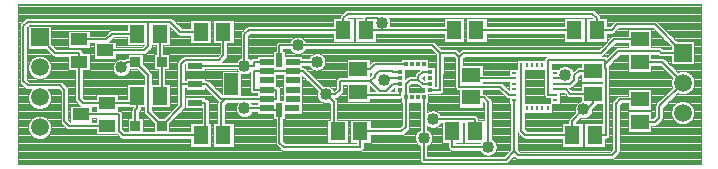
<source format=gbr>
G04 DipTrace 2.2.0.9*
%INTop.gbr*%
%MOMM*%
%ADD13C,0.178*%
%ADD14C,0.1*%
%ADD18R,0.457X0.305*%
%ADD19R,1.3X1.5*%
%ADD20R,1.5X1.3*%
%ADD21R,1.397X0.991*%
%ADD22R,1.499X1.499*%
%ADD23R,0.813X0.813*%
%ADD24R,1.146X0.551*%
%ADD25R,0.551X1.146*%
%ADD26C,1.499*%
%ADD27R,0.305X0.457*%
%ADD28R,0.249X0.356*%
%ADD29R,0.356X0.249*%
%ADD30R,1.194X0.483*%
%ADD31R,1.194X0.559*%
%ADD32R,1.194X1.829*%
%ADD33C,1.016*%
%FSLAX53Y53*%
%SFA1B1*%
%OFA0B0*%
G04*
G71*
G90*
G75*
G01*
%LNTop*%
%LPD*%
X19317Y18581D2*
D13*
X19793Y19057D1*
X20474D1*
X31600Y15914D2*
X28114D1*
X27759D1*
X26503Y17170D1*
X25574D1*
X56031Y16733D2*
X56937D1*
X57306Y16363D1*
X59225D1*
X47323Y13183D2*
Y11849D1*
X50341D1*
X42873Y17184D2*
X42301D1*
X41730Y16612D1*
X41223D1*
X40396Y17439D1*
X40752Y17795D1*
Y17933D1*
X41107Y18289D1*
X42257D1*
X42346Y18200D1*
X42873D1*
X40396Y17439D2*
X37791D1*
Y16663D1*
X37435Y16308D1*
X36618D1*
X22721Y13659D2*
X24347Y15285D1*
Y17170D1*
Y18892D1*
X24703Y19248D1*
X27587D1*
X27943Y19603D1*
Y21598D1*
X20474Y19057D2*
X21562Y17969D1*
Y14819D1*
X22721Y13659D1*
X25574Y17170D2*
X24347D1*
X28114Y15914D2*
X27759Y15558D1*
Y12865D1*
X27943D1*
X31600Y16701D2*
X32439D1*
Y15914D1*
X31600D1*
Y18276D2*
X30508D1*
Y16701D1*
X31600D1*
X33810Y18276D2*
X32439D1*
X31600D1*
X36618Y16308D2*
X34649Y18276D1*
X33810D1*
X37638Y13183D2*
X37283D1*
Y15643D1*
X36618Y16308D1*
X53160Y15158D2*
Y18765D1*
X57484Y12865D2*
X53516D1*
X53160Y13221D1*
Y15158D1*
X58437Y15028D2*
X57484Y14075D1*
Y12865D1*
X59225Y16363D2*
Y15536D1*
X58717Y15028D1*
X58437D1*
X50341Y11849D2*
Y15690D1*
X49986Y16046D1*
X48905D1*
X40009Y21756D2*
Y22773D1*
X40926D1*
X41345Y22354D1*
X47477Y21756D2*
X40009D1*
X56894Y17965D2*
X56577Y17647D1*
X56031D1*
X39379Y16522D2*
Y16257D1*
X42873D1*
Y16676D1*
X39379Y18422D2*
X40396D1*
Y18479D1*
X40752Y18835D1*
X43381D1*
X45679Y14200D2*
X49223D1*
Y13183D1*
X41526Y17514D2*
X41704Y17692D1*
X42873D1*
X56031Y17190D2*
X57313D1*
X57669Y17546D1*
Y17908D1*
X58024Y18263D1*
X59225D1*
X48905Y17946D2*
Y17647D1*
X52551D1*
X57643Y21756D2*
X49377D1*
X25567Y15590D2*
X26430D1*
Y12865D1*
X26043D1*
X19426D1*
X19070Y13221D1*
Y14599D1*
X15895D1*
X22550Y21439D2*
Y19216D1*
X22709Y19057D1*
Y16200D1*
X22545D1*
X18105Y13659D2*
X14843D1*
X14488Y14015D1*
Y16702D1*
X14132Y17057D1*
X11373D1*
X11017Y17413D1*
Y22100D1*
X11373Y22456D1*
X21567D1*
X23426D1*
X24284Y21598D1*
X26043D1*
X21567Y22456D2*
Y20378D1*
X21211Y20023D1*
X17933D1*
X15723Y20962D2*
X18036D1*
X18512Y21439D1*
X20650D1*
X63194Y13977D2*
X64484D1*
X64840Y14332D1*
Y15303D1*
X66841Y17304D1*
X65088Y19057D1*
X63194D1*
X45413Y16676D2*
X46263D1*
Y19827D1*
X45641Y20449D1*
X34241D1*
X52551Y16276D2*
X52094D1*
X51407Y16963D1*
X47889D1*
Y19471D1*
X48244Y19827D1*
X59894D1*
X61025Y20957D1*
X63194D1*
X46263Y19827D2*
X47533D1*
X47889Y19471D1*
X34241Y20449D2*
X32692D1*
Y19191D1*
X63194Y15877D2*
X61526D1*
X61171Y15521D1*
Y11493D1*
X60815Y11137D1*
X52906D1*
X52551Y11493D1*
X51840Y10782D1*
X44905D1*
Y12623D1*
X33803Y19057D2*
X35843D1*
X52551Y11493D2*
Y15819D1*
X44905Y12623D2*
Y16041D1*
X12389Y21121D2*
X13691Y19820D1*
X15710D1*
Y19057D1*
X20645Y16200D2*
Y15123D1*
X20486Y14964D1*
Y13659D1*
X18117Y15564D2*
X20645D1*
Y16200D1*
X15710Y19057D2*
Y15920D1*
X16066Y15564D1*
X18117D1*
X59384Y12865D2*
X60301D1*
Y18469D1*
X60242Y18528D1*
Y18854D1*
X61362Y19974D1*
X64874D1*
X65004Y19844D1*
X66841D1*
X45413Y18200D2*
X44816D1*
X44460Y17844D1*
Y17539D1*
X43736D1*
X43381Y17184D1*
Y16041D1*
X56031Y16276D2*
X55421D1*
Y18765D1*
X44460Y17539D2*
X44816Y17184D1*
X45413D1*
X25567Y18740D2*
X29734D1*
X30508D1*
Y19057D1*
X31600D1*
X38109Y21756D2*
X30089D1*
X29734Y21401D1*
Y18740D1*
X59543Y21756D2*
Y22773D1*
X59187Y23129D1*
X38465D1*
X38109Y22773D1*
Y21756D1*
X66841Y19844D2*
X64456Y22230D1*
X61283D1*
X60809Y21756D1*
X59543D1*
X31600Y15127D2*
X29734D1*
X32692Y15000D2*
X31600D1*
Y15127D1*
X39538Y13183D2*
Y11849D1*
X33048D1*
X32692Y12204D1*
Y15000D1*
X43381Y16041D2*
Y13539D1*
X43025Y13183D1*
X39538D1*
X55421Y18765D2*
Y19210D1*
X60242D1*
Y18854D1*
D33*
X36618Y16308D3*
X41345Y22354D3*
X58437Y15028D3*
X19317Y18581D3*
X50341Y11849D3*
X56894Y17965D3*
X45679Y14200D3*
X41526Y17514D3*
X34241Y20449D3*
X44905Y12623D3*
X35843Y19057D3*
X29734Y15127D3*
Y18740D3*
X10544Y23832D2*
D14*
X68373D1*
X10544Y23736D2*
X68373D1*
X10544Y23639D2*
X68373D1*
X10544Y23542D2*
X68373D1*
X10544Y23446D2*
X38409D1*
X59243D2*
X68373D1*
X10544Y23349D2*
X38222D1*
X59429D2*
X68373D1*
X10544Y23252D2*
X38126D1*
X59526D2*
X68373D1*
X10544Y23156D2*
X38029D1*
X59623D2*
X68373D1*
X10544Y23059D2*
X37932D1*
X59720D2*
X68373D1*
X10544Y22962D2*
X37840D1*
X59812D2*
X68373D1*
X10544Y22866D2*
X37792D1*
X59859D2*
X68373D1*
X10544Y22769D2*
X11297D1*
X23503D2*
X37779D1*
X38568D2*
X39679D1*
X41967D2*
X59084D1*
X59873D2*
X68373D1*
X10544Y22672D2*
X11126D1*
X23673D2*
X37218D1*
X39001D2*
X39118D1*
X42023D2*
X46586D1*
X48368D2*
X48486D1*
X50268D2*
X56751D1*
X58534D2*
X58651D1*
X60434D2*
X68373D1*
X10544Y22576D2*
X11029D1*
X23770D2*
X25151D1*
X26934D2*
X27051D1*
X28834D2*
X37218D1*
X39001D2*
X39118D1*
X42060D2*
X46586D1*
X48368D2*
X48486D1*
X50268D2*
X56751D1*
X58534D2*
X58651D1*
X60434D2*
X68373D1*
X10544Y22479D2*
X10934D1*
X23867D2*
X25151D1*
X26934D2*
X27051D1*
X28834D2*
X37218D1*
X39001D2*
X39118D1*
X42084D2*
X46586D1*
X48368D2*
X48486D1*
X50268D2*
X56751D1*
X58534D2*
X58651D1*
X60434D2*
X61072D1*
X64667D2*
X68373D1*
X10544Y22382D2*
X10837D1*
X23962D2*
X25151D1*
X26934D2*
X27051D1*
X28834D2*
X37218D1*
X39001D2*
X39118D1*
X42095D2*
X46586D1*
X48368D2*
X48486D1*
X50268D2*
X56751D1*
X58534D2*
X58651D1*
X60434D2*
X60972D1*
X64767D2*
X68373D1*
X10544Y22286D2*
X10747D1*
X24059D2*
X25151D1*
X26934D2*
X27051D1*
X28834D2*
X37218D1*
X39001D2*
X39118D1*
X42092D2*
X46586D1*
X48368D2*
X48486D1*
X50268D2*
X56751D1*
X58534D2*
X58651D1*
X60434D2*
X60876D1*
X64863D2*
X68373D1*
X10544Y22189D2*
X10700D1*
X24156D2*
X25151D1*
X26934D2*
X27051D1*
X28834D2*
X37218D1*
X39001D2*
X39118D1*
X42076D2*
X46586D1*
X48368D2*
X48486D1*
X50268D2*
X56751D1*
X58534D2*
X58651D1*
X60434D2*
X60779D1*
X64960D2*
X68373D1*
X10544Y22092D2*
X10687D1*
X13381D2*
X19759D1*
X24253D2*
X25151D1*
X26934D2*
X27051D1*
X28834D2*
X37218D1*
X39001D2*
X39118D1*
X42046D2*
X46586D1*
X48368D2*
X48486D1*
X50268D2*
X56751D1*
X58534D2*
X58651D1*
X60434D2*
X60682D1*
X65056D2*
X68373D1*
X10544Y21996D2*
X10687D1*
X13381D2*
X19759D1*
X24349D2*
X25151D1*
X26934D2*
X27051D1*
X28834D2*
X29867D1*
X39001D2*
X39118D1*
X48368D2*
X48486D1*
X58534D2*
X58651D1*
X65152D2*
X68373D1*
X10544Y21899D2*
X10687D1*
X11348D2*
X11398D1*
X13381D2*
X19759D1*
X23442D2*
X23520D1*
X26934D2*
X27051D1*
X28834D2*
X29768D1*
X39001D2*
X39118D1*
X48368D2*
X48486D1*
X58534D2*
X58651D1*
X61415D2*
X64323D1*
X65249D2*
X68373D1*
X10544Y21802D2*
X10687D1*
X11348D2*
X11398D1*
X13381D2*
X19759D1*
X23442D2*
X23617D1*
X26934D2*
X27051D1*
X28834D2*
X29673D1*
X39001D2*
X39118D1*
X48368D2*
X48486D1*
X58534D2*
X58651D1*
X61318D2*
X62203D1*
X64185D2*
X64420D1*
X65346D2*
X68373D1*
X10544Y21706D2*
X10687D1*
X11348D2*
X11398D1*
X13381D2*
X18325D1*
X23442D2*
X23714D1*
X26934D2*
X27051D1*
X28834D2*
X29576D1*
X39001D2*
X39118D1*
X48368D2*
X48486D1*
X58534D2*
X58651D1*
X61221D2*
X62203D1*
X64185D2*
X64517D1*
X65443D2*
X68373D1*
X10544Y21609D2*
X10687D1*
X11348D2*
X11398D1*
X13381D2*
X14782D1*
X16663D2*
X18220D1*
X23442D2*
X23809D1*
X26934D2*
X27051D1*
X28834D2*
X29481D1*
X39001D2*
X39118D1*
X48368D2*
X48486D1*
X58534D2*
X58651D1*
X61124D2*
X62203D1*
X64185D2*
X64614D1*
X65540D2*
X68373D1*
X10544Y21512D2*
X10687D1*
X11348D2*
X11398D1*
X13381D2*
X14782D1*
X16663D2*
X18123D1*
X23442D2*
X23906D1*
X26934D2*
X27051D1*
X28834D2*
X29423D1*
X39001D2*
X39118D1*
X48368D2*
X48486D1*
X58534D2*
X58651D1*
X61027D2*
X62203D1*
X64185D2*
X64711D1*
X65637D2*
X68373D1*
X10544Y21416D2*
X10687D1*
X11348D2*
X11398D1*
X13381D2*
X14782D1*
X16663D2*
X18026D1*
X23442D2*
X24003D1*
X26934D2*
X27051D1*
X28834D2*
X29404D1*
X30212D2*
X37218D1*
X39001D2*
X39118D1*
X40901D2*
X46586D1*
X48368D2*
X48486D1*
X50268D2*
X56751D1*
X58534D2*
X58651D1*
X60434D2*
X62203D1*
X64185D2*
X64807D1*
X65732D2*
X68373D1*
X10544Y21319D2*
X10687D1*
X11348D2*
X11398D1*
X13381D2*
X14782D1*
X16663D2*
X17929D1*
X23442D2*
X24115D1*
X26934D2*
X27051D1*
X28834D2*
X29403D1*
X30115D2*
X37218D1*
X39001D2*
X39118D1*
X40901D2*
X46586D1*
X48368D2*
X48486D1*
X50268D2*
X56751D1*
X58534D2*
X58651D1*
X60434D2*
X62203D1*
X64185D2*
X64903D1*
X65829D2*
X68373D1*
X10544Y21222D2*
X10687D1*
X11348D2*
X11398D1*
X13381D2*
X14782D1*
X23442D2*
X25151D1*
X26934D2*
X27051D1*
X28834D2*
X29403D1*
X30063D2*
X37218D1*
X39001D2*
X39118D1*
X40901D2*
X46586D1*
X48368D2*
X48486D1*
X50268D2*
X56751D1*
X58534D2*
X58651D1*
X60434D2*
X60834D1*
X64185D2*
X65000D1*
X65926D2*
X68373D1*
X10544Y21126D2*
X10687D1*
X11348D2*
X11398D1*
X13381D2*
X14782D1*
X23442D2*
X25151D1*
X26934D2*
X27051D1*
X28834D2*
X29403D1*
X30063D2*
X33932D1*
X34549D2*
X37218D1*
X39001D2*
X39118D1*
X40901D2*
X46586D1*
X48368D2*
X48486D1*
X50268D2*
X56751D1*
X58534D2*
X58651D1*
X60434D2*
X60729D1*
X64185D2*
X65097D1*
X66023D2*
X68373D1*
X10544Y21029D2*
X10687D1*
X11348D2*
X11398D1*
X13381D2*
X14782D1*
X18565D2*
X19759D1*
X23442D2*
X25151D1*
X26934D2*
X27051D1*
X28834D2*
X29403D1*
X30063D2*
X33773D1*
X34710D2*
X37218D1*
X39001D2*
X39118D1*
X40901D2*
X46586D1*
X48368D2*
X48486D1*
X50268D2*
X56751D1*
X58534D2*
X58651D1*
X60434D2*
X60634D1*
X64185D2*
X65193D1*
X66120D2*
X68373D1*
X10544Y20932D2*
X10687D1*
X11348D2*
X11398D1*
X13381D2*
X14782D1*
X18468D2*
X19759D1*
X23442D2*
X25151D1*
X26934D2*
X27051D1*
X28834D2*
X29403D1*
X30063D2*
X33672D1*
X34812D2*
X37218D1*
X39001D2*
X39118D1*
X40901D2*
X46586D1*
X48368D2*
X48486D1*
X50268D2*
X56751D1*
X58534D2*
X58651D1*
X60434D2*
X60537D1*
X64185D2*
X65290D1*
X66217D2*
X68373D1*
X10544Y20836D2*
X10687D1*
X11348D2*
X11398D1*
X13381D2*
X14782D1*
X18373D2*
X19759D1*
X23442D2*
X25151D1*
X26934D2*
X27051D1*
X28834D2*
X29403D1*
X30063D2*
X33601D1*
X34882D2*
X37218D1*
X39001D2*
X39118D1*
X40901D2*
X46586D1*
X48368D2*
X48486D1*
X50268D2*
X56751D1*
X58534D2*
X58651D1*
X64185D2*
X65387D1*
X66313D2*
X68373D1*
X10544Y20739D2*
X10687D1*
X11348D2*
X11398D1*
X13381D2*
X14782D1*
X18873D2*
X19759D1*
X23442D2*
X25151D1*
X26934D2*
X27051D1*
X28834D2*
X29403D1*
X30063D2*
X32545D1*
X45788D2*
X60343D1*
X64185D2*
X65484D1*
X67832D2*
X68373D1*
X10544Y20642D2*
X10687D1*
X11348D2*
X11398D1*
X13381D2*
X14782D1*
X18873D2*
X19759D1*
X23442D2*
X25151D1*
X26934D2*
X27051D1*
X28834D2*
X29403D1*
X30063D2*
X32426D1*
X45912D2*
X60247D1*
X64185D2*
X65579D1*
X67832D2*
X68373D1*
X10544Y20546D2*
X10687D1*
X11348D2*
X11398D1*
X13427D2*
X14782D1*
X16663D2*
X16993D1*
X18873D2*
X19759D1*
X23442D2*
X27612D1*
X28273D2*
X29403D1*
X30063D2*
X32376D1*
X46007D2*
X60150D1*
X61076D2*
X62203D1*
X64185D2*
X65676D1*
X67832D2*
X68373D1*
X10544Y20449D2*
X10687D1*
X11348D2*
X11398D1*
X13524D2*
X14782D1*
X16663D2*
X16993D1*
X18873D2*
X21175D1*
X21898D2*
X22220D1*
X22881D2*
X27612D1*
X28273D2*
X29403D1*
X30063D2*
X32362D1*
X46104D2*
X60053D1*
X60979D2*
X62203D1*
X64185D2*
X65773D1*
X67832D2*
X68373D1*
X10544Y20352D2*
X10687D1*
X11348D2*
X11398D1*
X13621D2*
X14782D1*
X16663D2*
X16993D1*
X18873D2*
X21078D1*
X21896D2*
X22220D1*
X22881D2*
X27612D1*
X28273D2*
X29403D1*
X30063D2*
X32362D1*
X46201D2*
X59958D1*
X60882D2*
X62203D1*
X64185D2*
X65850D1*
X67832D2*
X68373D1*
X10544Y20256D2*
X10687D1*
X11348D2*
X11398D1*
X13718D2*
X14782D1*
X16663D2*
X16993D1*
X21873D2*
X22220D1*
X22881D2*
X27612D1*
X28273D2*
X29403D1*
X30063D2*
X32362D1*
X46298D2*
X59861D1*
X60787D2*
X61200D1*
X65037D2*
X65850D1*
X67832D2*
X68373D1*
X10544Y20159D2*
X10687D1*
X11348D2*
X11398D1*
X13815D2*
X16993D1*
X21810D2*
X22220D1*
X22881D2*
X27612D1*
X28273D2*
X29403D1*
X30063D2*
X32362D1*
X46395D2*
X59764D1*
X60690D2*
X61084D1*
X67832D2*
X68373D1*
X10544Y20062D2*
X10687D1*
X11348D2*
X12986D1*
X15929D2*
X16993D1*
X21713D2*
X22220D1*
X22881D2*
X27612D1*
X28273D2*
X29403D1*
X30063D2*
X32362D1*
X33023D2*
X33601D1*
X34882D2*
X45565D1*
X47760D2*
X48017D1*
X60593D2*
X60987D1*
X67832D2*
X68373D1*
X10544Y19966D2*
X10687D1*
X11348D2*
X13081D1*
X16006D2*
X16993D1*
X21617D2*
X22220D1*
X22881D2*
X27612D1*
X28273D2*
X29403D1*
X30063D2*
X32175D1*
X33209D2*
X33672D1*
X34810D2*
X45662D1*
X47857D2*
X47920D1*
X60496D2*
X60890D1*
X67832D2*
X68373D1*
X10544Y19869D2*
X10687D1*
X11348D2*
X13178D1*
X16037D2*
X16993D1*
X21521D2*
X22220D1*
X22881D2*
X27612D1*
X28273D2*
X29403D1*
X30063D2*
X32175D1*
X33209D2*
X33773D1*
X34710D2*
X45759D1*
X60399D2*
X60793D1*
X67832D2*
X68373D1*
X10544Y19772D2*
X10687D1*
X11348D2*
X13275D1*
X16651D2*
X16993D1*
X21421D2*
X22220D1*
X22881D2*
X27612D1*
X28273D2*
X29403D1*
X30063D2*
X32175D1*
X33209D2*
X33934D1*
X34549D2*
X35645D1*
X36042D2*
X45854D1*
X60302D2*
X60697D1*
X67832D2*
X68373D1*
X10544Y19676D2*
X10687D1*
X11348D2*
X13372D1*
X16651D2*
X16993D1*
X18873D2*
X19826D1*
X21121D2*
X22061D1*
X23357D2*
X27553D1*
X28273D2*
X29403D1*
X30063D2*
X32175D1*
X33209D2*
X35428D1*
X36259D2*
X45932D1*
X60206D2*
X60601D1*
X67832D2*
X68373D1*
X10544Y19579D2*
X10687D1*
X11348D2*
X13468D1*
X16651D2*
X16993D1*
X18873D2*
X19826D1*
X21121D2*
X22061D1*
X23357D2*
X27456D1*
X28273D2*
X29403D1*
X30063D2*
X32175D1*
X33209D2*
X35309D1*
X36378D2*
X45932D1*
X60107D2*
X60504D1*
X61431D2*
X62203D1*
X64185D2*
X64814D1*
X67832D2*
X68373D1*
X10544Y19482D2*
X10687D1*
X11348D2*
X11992D1*
X12787D2*
X14770D1*
X16651D2*
X16993D1*
X18873D2*
X19826D1*
X21121D2*
X22061D1*
X23357D2*
X24475D1*
X28249D2*
X29403D1*
X30063D2*
X30786D1*
X34618D2*
X35228D1*
X36459D2*
X45932D1*
X46593D2*
X47415D1*
X48363D2*
X55243D1*
X61334D2*
X62203D1*
X64185D2*
X65850D1*
X67832D2*
X68373D1*
X10544Y19386D2*
X10687D1*
X11348D2*
X11818D1*
X12960D2*
X14770D1*
X16651D2*
X16993D1*
X18873D2*
X19826D1*
X21121D2*
X22061D1*
X23357D2*
X24378D1*
X28188D2*
X29364D1*
X30104D2*
X30786D1*
X34618D2*
X35170D1*
X36515D2*
X45932D1*
X46593D2*
X47511D1*
X48267D2*
X55143D1*
X61237D2*
X62203D1*
X64185D2*
X65850D1*
X67832D2*
X68373D1*
X10544Y19289D2*
X10687D1*
X11348D2*
X11700D1*
X13079D2*
X14770D1*
X16651D2*
X19093D1*
X21121D2*
X22061D1*
X23357D2*
X24281D1*
X28092D2*
X29229D1*
X30238D2*
X30278D1*
X36556D2*
X38389D1*
X40371D2*
X42987D1*
X45298D2*
X45932D1*
X46593D2*
X47559D1*
X48220D2*
X55101D1*
X61140D2*
X62203D1*
X65320D2*
X65850D1*
X67832D2*
X68373D1*
X10544Y19192D2*
X10687D1*
X11348D2*
X11612D1*
X13167D2*
X14770D1*
X16651D2*
X18890D1*
X21121D2*
X22061D1*
X23357D2*
X24184D1*
X27995D2*
X29139D1*
X36581D2*
X38389D1*
X40371D2*
X42987D1*
X45298D2*
X45932D1*
X46593D2*
X47559D1*
X48220D2*
X55090D1*
X61043D2*
X62203D1*
X65417D2*
X65850D1*
X67832D2*
X68373D1*
X10544Y19096D2*
X10687D1*
X11348D2*
X11543D1*
X13234D2*
X14770D1*
X16651D2*
X18776D1*
X21121D2*
X22061D1*
X23357D2*
X24090D1*
X27898D2*
X29076D1*
X36592D2*
X38389D1*
X40371D2*
X40556D1*
X45298D2*
X45932D1*
X46593D2*
X47559D1*
X48220D2*
X52795D1*
X60946D2*
X62203D1*
X65513D2*
X65850D1*
X67832D2*
X68373D1*
X10544Y18999D2*
X10687D1*
X11348D2*
X11492D1*
X13287D2*
X14770D1*
X16651D2*
X18697D1*
X21121D2*
X22061D1*
X23357D2*
X24036D1*
X36590D2*
X38389D1*
X40371D2*
X40453D1*
X45298D2*
X45932D1*
X46593D2*
X47559D1*
X48220D2*
X52795D1*
X60849D2*
X62203D1*
X65610D2*
X65850D1*
X67832D2*
X68373D1*
X10544Y18902D2*
X10687D1*
X11348D2*
X11453D1*
X13326D2*
X14770D1*
X16651D2*
X18642D1*
X21121D2*
X22061D1*
X23357D2*
X24017D1*
X36576D2*
X38389D1*
X45298D2*
X45932D1*
X46593D2*
X47559D1*
X48220D2*
X52795D1*
X60754D2*
X62203D1*
X65706D2*
X65850D1*
X67832D2*
X68373D1*
X10544Y18806D2*
X10687D1*
X11348D2*
X11425D1*
X13354D2*
X14770D1*
X16651D2*
X18603D1*
X21188D2*
X22061D1*
X23357D2*
X24017D1*
X36548D2*
X38389D1*
X45298D2*
X45932D1*
X46593D2*
X47559D1*
X49896D2*
X52795D1*
X55787D2*
X58234D1*
X60657D2*
X62203D1*
X65802D2*
X68373D1*
X10544Y18709D2*
X10687D1*
X11348D2*
X11407D1*
X13371D2*
X14770D1*
X16651D2*
X18579D1*
X21285D2*
X22061D1*
X23357D2*
X24017D1*
X24677D2*
X24728D1*
X34624D2*
X35181D1*
X36506D2*
X38389D1*
X45298D2*
X45932D1*
X46593D2*
X47559D1*
X49896D2*
X52795D1*
X55787D2*
X58234D1*
X60573D2*
X62203D1*
X64185D2*
X64973D1*
X65899D2*
X68373D1*
X10544Y18612D2*
X10687D1*
X11348D2*
X11398D1*
X13379D2*
X14770D1*
X16651D2*
X18568D1*
X21382D2*
X22061D1*
X23357D2*
X24017D1*
X24677D2*
X24728D1*
X34624D2*
X35242D1*
X36443D2*
X38389D1*
X45298D2*
X45932D1*
X46593D2*
X47559D1*
X49896D2*
X52795D1*
X55787D2*
X56526D1*
X57262D2*
X58234D1*
X60598D2*
X62203D1*
X64185D2*
X65070D1*
X65996D2*
X68373D1*
X10544Y18516D2*
X10687D1*
X11348D2*
X11401D1*
X13378D2*
X14770D1*
X16651D2*
X18572D1*
X21479D2*
X22061D1*
X23357D2*
X24017D1*
X24677D2*
X24728D1*
X34871D2*
X35329D1*
X36356D2*
X38389D1*
X45882D2*
X45932D1*
X46593D2*
X47559D1*
X49896D2*
X52795D1*
X55787D2*
X56390D1*
X57398D2*
X57817D1*
X60628D2*
X62203D1*
X64185D2*
X65167D1*
X66093D2*
X68373D1*
X10544Y18419D2*
X10687D1*
X11348D2*
X11410D1*
X13367D2*
X14770D1*
X16651D2*
X18586D1*
X20049D2*
X20648D1*
X21574D2*
X22378D1*
X23040D2*
X24017D1*
X24677D2*
X24728D1*
X26406D2*
X29057D1*
X34970D2*
X35459D1*
X36226D2*
X38389D1*
X45882D2*
X45932D1*
X46593D2*
X47559D1*
X49896D2*
X52131D1*
X57488D2*
X57717D1*
X60631D2*
X62203D1*
X64185D2*
X65264D1*
X66190D2*
X68373D1*
X10544Y18322D2*
X10687D1*
X11348D2*
X11432D1*
X13345D2*
X15379D1*
X16042D2*
X18615D1*
X20020D2*
X20745D1*
X21671D2*
X22378D1*
X23040D2*
X24017D1*
X24677D2*
X24728D1*
X26406D2*
X29114D1*
X35067D2*
X35751D1*
X35934D2*
X38389D1*
X43343D2*
X44475D1*
X45882D2*
X45932D1*
X46593D2*
X47559D1*
X49896D2*
X52131D1*
X53490D2*
X55090D1*
X57551D2*
X57620D1*
X60631D2*
X62203D1*
X64185D2*
X65361D1*
X66287D2*
X68373D1*
X10544Y18226D2*
X10687D1*
X11348D2*
X11465D1*
X13313D2*
X15379D1*
X16042D2*
X18659D1*
X19976D2*
X20842D1*
X21768D2*
X22378D1*
X23040D2*
X24017D1*
X24677D2*
X27784D1*
X35163D2*
X38389D1*
X43343D2*
X44378D1*
X45882D2*
X45932D1*
X46593D2*
X47559D1*
X49896D2*
X52131D1*
X53490D2*
X55090D1*
X60631D2*
X62203D1*
X64185D2*
X65458D1*
X66382D2*
X66495D1*
X67188D2*
X68373D1*
X10544Y18129D2*
X10687D1*
X11348D2*
X11509D1*
X13270D2*
X15379D1*
X16042D2*
X18722D1*
X19912D2*
X20939D1*
X21849D2*
X22378D1*
X23040D2*
X24017D1*
X24677D2*
X27784D1*
X35259D2*
X38389D1*
X43343D2*
X44282D1*
X45882D2*
X45932D1*
X46593D2*
X47559D1*
X49896D2*
X52131D1*
X53490D2*
X55090D1*
X60631D2*
X65553D1*
X67382D2*
X68373D1*
X10544Y18032D2*
X10687D1*
X11348D2*
X11565D1*
X13212D2*
X15379D1*
X16042D2*
X18812D1*
X19823D2*
X21036D1*
X21885D2*
X22378D1*
X23040D2*
X24017D1*
X24677D2*
X27784D1*
X29460D2*
X29507D1*
X29960D2*
X30178D1*
X35356D2*
X38389D1*
X40371D2*
X40437D1*
X43343D2*
X44190D1*
X45882D2*
X45932D1*
X46593D2*
X47559D1*
X49896D2*
X52131D1*
X53490D2*
X55090D1*
X60631D2*
X65650D1*
X67509D2*
X68373D1*
X10544Y17936D2*
X10687D1*
X11348D2*
X11640D1*
X13138D2*
X15379D1*
X16042D2*
X18947D1*
X19688D2*
X21133D1*
X21892D2*
X22378D1*
X23040D2*
X24017D1*
X24677D2*
X27784D1*
X29460D2*
X30178D1*
X32413D2*
X32995D1*
X35453D2*
X38389D1*
X40371D2*
X40421D1*
X43343D2*
X44143D1*
X45882D2*
X45932D1*
X46593D2*
X47559D1*
X53490D2*
X55090D1*
X58160D2*
X58234D1*
X60631D2*
X65747D1*
X67603D2*
X68373D1*
X10544Y17839D2*
X10687D1*
X11348D2*
X11737D1*
X13040D2*
X15379D1*
X16042D2*
X21229D1*
X21892D2*
X22378D1*
X23040D2*
X24017D1*
X24677D2*
X27784D1*
X29460D2*
X30178D1*
X32413D2*
X32995D1*
X35549D2*
X38389D1*
X43343D2*
X43612D1*
X45882D2*
X45932D1*
X46593D2*
X47559D1*
X53490D2*
X55090D1*
X58063D2*
X58234D1*
X60631D2*
X65843D1*
X67674D2*
X68373D1*
X10544Y17742D2*
X10687D1*
X11348D2*
X11870D1*
X12907D2*
X15379D1*
X16042D2*
X21231D1*
X21892D2*
X22378D1*
X23040D2*
X24017D1*
X24677D2*
X27784D1*
X29460D2*
X30178D1*
X32413D2*
X32995D1*
X34624D2*
X34720D1*
X35646D2*
X37678D1*
X43343D2*
X43476D1*
X44821D2*
X44942D1*
X45882D2*
X45932D1*
X46593D2*
X47559D1*
X53490D2*
X55090D1*
X57999D2*
X58234D1*
X60631D2*
X65940D1*
X67729D2*
X68373D1*
X10544Y17646D2*
X10687D1*
X11348D2*
X12084D1*
X12695D2*
X15379D1*
X16042D2*
X21231D1*
X21892D2*
X22378D1*
X23040D2*
X24017D1*
X24677D2*
X24736D1*
X26413D2*
X27784D1*
X29460D2*
X30178D1*
X32413D2*
X32995D1*
X34624D2*
X34817D1*
X35743D2*
X37536D1*
X43343D2*
X43379D1*
X44817D2*
X44942D1*
X45882D2*
X45932D1*
X46593D2*
X47559D1*
X53490D2*
X55090D1*
X57999D2*
X58234D1*
X60631D2*
X65912D1*
X67771D2*
X68373D1*
X10544Y17549D2*
X10687D1*
X11348D2*
X15379D1*
X16042D2*
X21231D1*
X21892D2*
X22378D1*
X23040D2*
X24017D1*
X24677D2*
X24736D1*
X26413D2*
X27784D1*
X29460D2*
X30178D1*
X32413D2*
X32995D1*
X34624D2*
X34914D1*
X35840D2*
X37479D1*
X45882D2*
X45932D1*
X46593D2*
X47559D1*
X53490D2*
X55090D1*
X57999D2*
X58234D1*
X60631D2*
X65881D1*
X67801D2*
X68373D1*
X10544Y17452D2*
X10687D1*
X11442D2*
X15379D1*
X16042D2*
X21231D1*
X21892D2*
X22378D1*
X23040D2*
X24017D1*
X26665D2*
X27784D1*
X29460D2*
X30178D1*
X32413D2*
X32995D1*
X34624D2*
X35011D1*
X35937D2*
X37461D1*
X45882D2*
X45932D1*
X46593D2*
X47559D1*
X53490D2*
X55090D1*
X57985D2*
X58234D1*
X60631D2*
X65862D1*
X67821D2*
X68373D1*
X10544Y17356D2*
X10692D1*
X14259D2*
X15379D1*
X16042D2*
X21231D1*
X21892D2*
X22378D1*
X23040D2*
X24017D1*
X26781D2*
X27784D1*
X29460D2*
X30178D1*
X32413D2*
X32995D1*
X34624D2*
X35106D1*
X36032D2*
X37461D1*
X45882D2*
X45932D1*
X46593D2*
X47559D1*
X53490D2*
X55090D1*
X57937D2*
X59970D1*
X60631D2*
X65851D1*
X67831D2*
X68373D1*
X10544Y17259D2*
X10726D1*
X14393D2*
X15379D1*
X16042D2*
X21231D1*
X21892D2*
X22378D1*
X23040D2*
X24017D1*
X26878D2*
X27784D1*
X29460D2*
X30178D1*
X32413D2*
X32995D1*
X34624D2*
X35203D1*
X36129D2*
X37461D1*
X45882D2*
X45932D1*
X46593D2*
X47559D1*
X51538D2*
X52131D1*
X53490D2*
X55090D1*
X57845D2*
X59970D1*
X60631D2*
X65851D1*
X67831D2*
X68373D1*
X10544Y17162D2*
X10804D1*
X14490D2*
X15379D1*
X16042D2*
X19753D1*
X23437D2*
X24017D1*
X26974D2*
X27784D1*
X29460D2*
X30178D1*
X32413D2*
X32995D1*
X34624D2*
X35300D1*
X36226D2*
X37461D1*
X43823D2*
X44375D1*
X45882D2*
X45932D1*
X46593D2*
X47559D1*
X51671D2*
X52131D1*
X53490D2*
X55090D1*
X57748D2*
X58234D1*
X60631D2*
X65861D1*
X67821D2*
X68373D1*
X10544Y17066D2*
X10901D1*
X14587D2*
X15379D1*
X16042D2*
X19753D1*
X23437D2*
X24017D1*
X27070D2*
X27784D1*
X29460D2*
X30178D1*
X32413D2*
X32995D1*
X34624D2*
X35397D1*
X36323D2*
X37461D1*
X38121D2*
X38389D1*
X43726D2*
X44470D1*
X45882D2*
X45932D1*
X46593D2*
X47559D1*
X51768D2*
X52131D1*
X53490D2*
X55090D1*
X57652D2*
X58234D1*
X60631D2*
X65879D1*
X67802D2*
X68373D1*
X10544Y16969D2*
X10998D1*
X14684D2*
X15379D1*
X16042D2*
X19753D1*
X23437D2*
X24017D1*
X27167D2*
X27784D1*
X29460D2*
X30178D1*
X32626D2*
X32995D1*
X34624D2*
X35493D1*
X36959D2*
X37461D1*
X38121D2*
X38389D1*
X40371D2*
X40402D1*
X43710D2*
X44567D1*
X46593D2*
X47559D1*
X51863D2*
X52131D1*
X53490D2*
X55090D1*
X57556D2*
X58234D1*
X60631D2*
X65909D1*
X67773D2*
X68373D1*
X10544Y16872D2*
X11095D1*
X14768D2*
X15379D1*
X16042D2*
X19753D1*
X23437D2*
X24017D1*
X27263D2*
X27784D1*
X29460D2*
X30178D1*
X32720D2*
X32995D1*
X34624D2*
X35590D1*
X37106D2*
X37461D1*
X38121D2*
X38389D1*
X40371D2*
X40500D1*
X43710D2*
X44731D1*
X46593D2*
X47572D1*
X51960D2*
X52131D1*
X53490D2*
X55090D1*
X57363D2*
X58234D1*
X60631D2*
X65947D1*
X67732D2*
X68373D1*
X10544Y16776D2*
X11211D1*
X14809D2*
X15379D1*
X16042D2*
X19753D1*
X23437D2*
X24017D1*
X24677D2*
X24736D1*
X27360D2*
X27784D1*
X29460D2*
X30178D1*
X32760D2*
X32995D1*
X34624D2*
X35687D1*
X37201D2*
X37440D1*
X38121D2*
X38389D1*
X40371D2*
X40597D1*
X42356D2*
X42403D1*
X43710D2*
X44942D1*
X46593D2*
X47618D1*
X52057D2*
X52131D1*
X53490D2*
X55090D1*
X57357D2*
X58234D1*
X60631D2*
X65850D1*
X67677D2*
X68373D1*
X10544Y16679D2*
X11634D1*
X13145D2*
X14047D1*
X14818D2*
X15379D1*
X16042D2*
X19753D1*
X23437D2*
X24017D1*
X24677D2*
X24736D1*
X26413D2*
X26531D1*
X27457D2*
X27784D1*
X29460D2*
X30179D1*
X32770D2*
X32995D1*
X34624D2*
X35784D1*
X37267D2*
X37343D1*
X38121D2*
X38389D1*
X40371D2*
X40693D1*
X42259D2*
X42403D1*
X43710D2*
X44942D1*
X46593D2*
X47729D1*
X53490D2*
X55090D1*
X60631D2*
X62203D1*
X64185D2*
X65753D1*
X67607D2*
X68373D1*
X10544Y16582D2*
X11561D1*
X13217D2*
X14143D1*
X14818D2*
X15379D1*
X16042D2*
X19753D1*
X23437D2*
X24017D1*
X24677D2*
X26628D1*
X27554D2*
X27784D1*
X29460D2*
X30201D1*
X32770D2*
X32995D1*
X34624D2*
X35879D1*
X38110D2*
X38389D1*
X40371D2*
X40790D1*
X42163D2*
X42403D1*
X43710D2*
X44942D1*
X46581D2*
X47914D1*
X49896D2*
X51325D1*
X53490D2*
X55090D1*
X60631D2*
X62203D1*
X64185D2*
X65656D1*
X67515D2*
X68373D1*
X10544Y16486D2*
X11504D1*
X13274D2*
X14157D1*
X14818D2*
X15379D1*
X16042D2*
X19753D1*
X23437D2*
X24017D1*
X24677D2*
X26725D1*
X27651D2*
X27784D1*
X29460D2*
X30262D1*
X32770D2*
X32995D1*
X34624D2*
X35890D1*
X38067D2*
X38389D1*
X46531D2*
X47914D1*
X49896D2*
X51422D1*
X53490D2*
X55090D1*
X60631D2*
X62203D1*
X64185D2*
X65559D1*
X67392D2*
X68373D1*
X10544Y16389D2*
X11462D1*
X13317D2*
X14157D1*
X14818D2*
X15379D1*
X16042D2*
X19753D1*
X23437D2*
X24017D1*
X24677D2*
X26822D1*
X27746D2*
X27783D1*
X29460D2*
X30428D1*
X32770D2*
X32995D1*
X34624D2*
X35873D1*
X37979D2*
X38389D1*
X46417D2*
X47914D1*
X49896D2*
X51518D1*
X53490D2*
X55090D1*
X56449D2*
X56817D1*
X60631D2*
X62203D1*
X64185D2*
X65462D1*
X66388D2*
X66478D1*
X67204D2*
X68373D1*
X10544Y16292D2*
X11431D1*
X13348D2*
X14157D1*
X14818D2*
X15379D1*
X16042D2*
X19753D1*
X23437D2*
X24017D1*
X24677D2*
X26917D1*
X29460D2*
X30786D1*
X32770D2*
X32995D1*
X34624D2*
X35868D1*
X37882D2*
X38389D1*
X45882D2*
X47914D1*
X50201D2*
X51615D1*
X53490D2*
X55090D1*
X56449D2*
X56914D1*
X60631D2*
X62203D1*
X64185D2*
X65367D1*
X66292D2*
X68373D1*
X10544Y16196D2*
X11411D1*
X13368D2*
X14157D1*
X14818D2*
X15379D1*
X16042D2*
X17178D1*
X19057D2*
X19753D1*
X23437D2*
X24017D1*
X24677D2*
X27014D1*
X32770D2*
X32995D1*
X34624D2*
X35876D1*
X37785D2*
X38389D1*
X45298D2*
X47914D1*
X50299D2*
X51711D1*
X53490D2*
X55101D1*
X56449D2*
X57011D1*
X60631D2*
X61487D1*
X64185D2*
X65270D1*
X66196D2*
X68373D1*
X10544Y16099D2*
X11400D1*
X13379D2*
X14157D1*
X14818D2*
X15379D1*
X16042D2*
X17178D1*
X19057D2*
X19753D1*
X23437D2*
X24017D1*
X24677D2*
X27111D1*
X32770D2*
X32995D1*
X34624D2*
X35898D1*
X37690D2*
X38389D1*
X45298D2*
X47914D1*
X50396D2*
X51807D1*
X53490D2*
X55143D1*
X56449D2*
X57115D1*
X60631D2*
X61286D1*
X64185D2*
X65173D1*
X66099D2*
X68373D1*
X10544Y16002D2*
X11400D1*
X13379D2*
X14157D1*
X14818D2*
X15379D1*
X16092D2*
X17178D1*
X19057D2*
X19753D1*
X23437D2*
X24017D1*
X24677D2*
X24728D1*
X26406D2*
X27208D1*
X32770D2*
X32995D1*
X34624D2*
X35934D1*
X37542D2*
X38389D1*
X45298D2*
X47914D1*
X50492D2*
X51917D1*
X53490D2*
X55243D1*
X56449D2*
X58234D1*
X60631D2*
X61189D1*
X64185D2*
X65076D1*
X66003D2*
X68373D1*
X10544Y15906D2*
X11407D1*
X13371D2*
X14157D1*
X14818D2*
X15381D1*
X16188D2*
X17178D1*
X19057D2*
X19753D1*
X23437D2*
X24017D1*
X24677D2*
X24728D1*
X26496D2*
X27304D1*
X32770D2*
X32995D1*
X34624D2*
X35987D1*
X37482D2*
X38389D1*
X40371D2*
X42987D1*
X45298D2*
X47914D1*
X50588D2*
X52131D1*
X53490D2*
X55611D1*
X56449D2*
X58234D1*
X60631D2*
X61092D1*
X64185D2*
X64979D1*
X65906D2*
X68373D1*
X10544Y15809D2*
X11426D1*
X13353D2*
X14157D1*
X14818D2*
X15400D1*
X23437D2*
X24017D1*
X24677D2*
X24728D1*
X26674D2*
X27401D1*
X32753D2*
X32995D1*
X34624D2*
X36062D1*
X37567D2*
X38389D1*
X40371D2*
X42987D1*
X45298D2*
X47914D1*
X50649D2*
X52131D1*
X53490D2*
X55611D1*
X56449D2*
X58234D1*
X60631D2*
X60995D1*
X64185D2*
X64883D1*
X65809D2*
X68373D1*
X10544Y15712D2*
X11454D1*
X13323D2*
X14157D1*
X14818D2*
X15456D1*
X23437D2*
X24017D1*
X24677D2*
X24728D1*
X26737D2*
X27468D1*
X34624D2*
X36168D1*
X37606D2*
X38389D1*
X40371D2*
X42987D1*
X45298D2*
X47914D1*
X50671D2*
X52131D1*
X53490D2*
X55611D1*
X56449D2*
X58148D1*
X60631D2*
X60904D1*
X64185D2*
X64786D1*
X65712D2*
X66579D1*
X67104D2*
X68373D1*
X10544Y15616D2*
X11495D1*
X13284D2*
X14157D1*
X14818D2*
X15551D1*
X23437D2*
X24017D1*
X24677D2*
X24728D1*
X26760D2*
X27434D1*
X34624D2*
X36347D1*
X37613D2*
X42987D1*
X45298D2*
X47914D1*
X49896D2*
X49954D1*
X50671D2*
X52131D1*
X53490D2*
X55611D1*
X56449D2*
X57978D1*
X60631D2*
X60854D1*
X64185D2*
X64689D1*
X65615D2*
X66343D1*
X67338D2*
X68373D1*
X10544Y15519D2*
X11548D1*
X13229D2*
X14157D1*
X14818D2*
X15648D1*
X23437D2*
X24017D1*
X24677D2*
X24728D1*
X26760D2*
X27428D1*
X28182D2*
X29097D1*
X30371D2*
X30786D1*
X34624D2*
X36943D1*
X37613D2*
X43050D1*
X43710D2*
X44575D1*
X45235D2*
X47914D1*
X49896D2*
X50011D1*
X50671D2*
X52131D1*
X56449D2*
X57875D1*
X60631D2*
X60840D1*
X61632D2*
X62203D1*
X64185D2*
X64593D1*
X65520D2*
X66204D1*
X67478D2*
X68373D1*
X10544Y15422D2*
X11618D1*
X13160D2*
X14157D1*
X14818D2*
X15745D1*
X23437D2*
X24017D1*
X24677D2*
X24728D1*
X26760D2*
X27428D1*
X28090D2*
X29047D1*
X34624D2*
X36953D1*
X37613D2*
X43050D1*
X43710D2*
X44575D1*
X45235D2*
X47914D1*
X49896D2*
X50011D1*
X50671D2*
X52220D1*
X55787D2*
X57801D1*
X59535D2*
X59970D1*
X60631D2*
X60840D1*
X61535D2*
X62203D1*
X64185D2*
X64532D1*
X65423D2*
X66104D1*
X67579D2*
X68373D1*
X10544Y15326D2*
X11708D1*
X13070D2*
X14157D1*
X14818D2*
X14954D1*
X23437D2*
X23925D1*
X24677D2*
X24728D1*
X26760D2*
X27428D1*
X28090D2*
X29012D1*
X34598D2*
X36953D1*
X37613D2*
X43050D1*
X43710D2*
X44575D1*
X45235D2*
X47914D1*
X49896D2*
X50011D1*
X50671D2*
X52220D1*
X55787D2*
X57750D1*
X59478D2*
X59970D1*
X60631D2*
X60840D1*
X61501D2*
X62203D1*
X64185D2*
X64511D1*
X65326D2*
X66026D1*
X67656D2*
X68373D1*
X10544Y15229D2*
X11829D1*
X12949D2*
X14157D1*
X14818D2*
X14954D1*
X16835D2*
X17178D1*
X19057D2*
X19753D1*
X23437D2*
X23828D1*
X24673D2*
X24728D1*
X26760D2*
X27428D1*
X28090D2*
X28992D1*
X34598D2*
X36953D1*
X37613D2*
X43050D1*
X43710D2*
X44575D1*
X45235D2*
X47914D1*
X49896D2*
X50011D1*
X50671D2*
X52220D1*
X55787D2*
X57715D1*
X59382D2*
X59970D1*
X60631D2*
X60840D1*
X61501D2*
X62203D1*
X64185D2*
X64509D1*
X65229D2*
X65967D1*
X67715D2*
X68373D1*
X10544Y15132D2*
X12011D1*
X12768D2*
X14157D1*
X14818D2*
X14954D1*
X16835D2*
X17178D1*
X19057D2*
X20203D1*
X20976D2*
X21231D1*
X21892D2*
X23731D1*
X24638D2*
X24728D1*
X26760D2*
X27428D1*
X28090D2*
X28984D1*
X34598D2*
X36953D1*
X37613D2*
X43050D1*
X43710D2*
X44575D1*
X45235D2*
X50011D1*
X50671D2*
X52220D1*
X55787D2*
X57695D1*
X59285D2*
X59970D1*
X60631D2*
X60840D1*
X61501D2*
X62203D1*
X64185D2*
X64509D1*
X65170D2*
X65922D1*
X67760D2*
X68373D1*
X10544Y15036D2*
X14157D1*
X14818D2*
X14954D1*
X16835D2*
X17178D1*
X19057D2*
X20164D1*
X20963D2*
X21231D1*
X21892D2*
X23634D1*
X24560D2*
X26100D1*
X26760D2*
X27428D1*
X28090D2*
X28990D1*
X34598D2*
X36953D1*
X37613D2*
X43050D1*
X43710D2*
X44575D1*
X45235D2*
X50011D1*
X50671D2*
X52220D1*
X55787D2*
X57687D1*
X59188D2*
X59970D1*
X60631D2*
X60840D1*
X61501D2*
X62203D1*
X64185D2*
X64509D1*
X65170D2*
X65889D1*
X67795D2*
X68373D1*
X10544Y14939D2*
X14157D1*
X14818D2*
X14954D1*
X16835D2*
X17178D1*
X19057D2*
X20156D1*
X20917D2*
X21231D1*
X21904D2*
X23539D1*
X24465D2*
X26100D1*
X26760D2*
X27428D1*
X28090D2*
X29009D1*
X34598D2*
X36953D1*
X37613D2*
X43050D1*
X43710D2*
X44575D1*
X45235D2*
X45659D1*
X45698D2*
X50011D1*
X50671D2*
X52220D1*
X55787D2*
X57692D1*
X59181D2*
X59970D1*
X60631D2*
X60840D1*
X61501D2*
X64509D1*
X65170D2*
X65865D1*
X67817D2*
X68373D1*
X10544Y14842D2*
X14157D1*
X14818D2*
X14954D1*
X19288D2*
X20156D1*
X20828D2*
X21231D1*
X22001D2*
X23442D1*
X24368D2*
X26100D1*
X26760D2*
X27428D1*
X28090D2*
X29042D1*
X34598D2*
X36953D1*
X37613D2*
X43050D1*
X43710D2*
X44575D1*
X45235D2*
X45304D1*
X46056D2*
X50011D1*
X50671D2*
X52220D1*
X55787D2*
X57711D1*
X59162D2*
X59970D1*
X60631D2*
X60840D1*
X61501D2*
X62203D1*
X64185D2*
X64509D1*
X65170D2*
X65853D1*
X67829D2*
X68373D1*
X10544Y14746D2*
X14157D1*
X14818D2*
X14954D1*
X19365D2*
X20156D1*
X20817D2*
X21240D1*
X22098D2*
X23345D1*
X24271D2*
X26100D1*
X26760D2*
X27428D1*
X28090D2*
X29090D1*
X30378D2*
X30786D1*
X34598D2*
X36953D1*
X37613D2*
X43050D1*
X43710D2*
X44575D1*
X46188D2*
X50011D1*
X50671D2*
X52220D1*
X53490D2*
X57692D1*
X59131D2*
X59970D1*
X60631D2*
X60840D1*
X61501D2*
X62203D1*
X64185D2*
X64509D1*
X65170D2*
X65850D1*
X67832D2*
X68373D1*
X10544Y14649D2*
X14157D1*
X14818D2*
X14954D1*
X19396D2*
X20156D1*
X20817D2*
X21279D1*
X22195D2*
X23248D1*
X24174D2*
X26100D1*
X26760D2*
X27428D1*
X28090D2*
X29159D1*
X30309D2*
X30786D1*
X34598D2*
X36953D1*
X37613D2*
X43050D1*
X43710D2*
X44575D1*
X46276D2*
X50011D1*
X50671D2*
X52220D1*
X53490D2*
X57595D1*
X59082D2*
X59970D1*
X60631D2*
X60840D1*
X61501D2*
X62203D1*
X64185D2*
X64509D1*
X65170D2*
X65858D1*
X67826D2*
X68373D1*
X10544Y14552D2*
X14157D1*
X14818D2*
X14954D1*
X19401D2*
X20156D1*
X20817D2*
X21365D1*
X22292D2*
X23151D1*
X24078D2*
X26100D1*
X26760D2*
X27428D1*
X28090D2*
X29258D1*
X30210D2*
X32175D1*
X33209D2*
X36953D1*
X37613D2*
X43050D1*
X43710D2*
X44575D1*
X46338D2*
X50011D1*
X50671D2*
X52220D1*
X53490D2*
X57498D1*
X59013D2*
X59970D1*
X60631D2*
X60840D1*
X61501D2*
X62203D1*
X64185D2*
X64509D1*
X65170D2*
X65873D1*
X67809D2*
X68373D1*
X10544Y14456D2*
X12153D1*
X12626D2*
X14157D1*
X14818D2*
X14954D1*
X19401D2*
X20156D1*
X20817D2*
X21462D1*
X22388D2*
X23054D1*
X23981D2*
X26100D1*
X26760D2*
X27428D1*
X28090D2*
X29412D1*
X30054D2*
X32175D1*
X33209D2*
X36953D1*
X37613D2*
X43050D1*
X43710D2*
X44575D1*
X49426D2*
X50011D1*
X50671D2*
X52220D1*
X53490D2*
X57401D1*
X58915D2*
X59970D1*
X60631D2*
X60840D1*
X61501D2*
X62203D1*
X64185D2*
X64500D1*
X65170D2*
X65900D1*
X67782D2*
X68373D1*
X10544Y14359D2*
X11903D1*
X12874D2*
X14157D1*
X14818D2*
X14954D1*
X19401D2*
X20156D1*
X20817D2*
X21559D1*
X22485D2*
X22958D1*
X23884D2*
X26100D1*
X26760D2*
X27428D1*
X28090D2*
X32175D1*
X33209D2*
X36953D1*
X37613D2*
X43050D1*
X43710D2*
X44575D1*
X49510D2*
X50011D1*
X50671D2*
X52220D1*
X53490D2*
X57304D1*
X58762D2*
X59970D1*
X60631D2*
X60840D1*
X61501D2*
X62203D1*
X64185D2*
X64403D1*
X65170D2*
X65937D1*
X67745D2*
X68373D1*
X10544Y14262D2*
X11761D1*
X13018D2*
X14157D1*
X14818D2*
X14954D1*
X16835D2*
X17165D1*
X19401D2*
X19839D1*
X21134D2*
X21656D1*
X23787D2*
X26100D1*
X26760D2*
X27428D1*
X28090D2*
X32175D1*
X33209D2*
X36953D1*
X37613D2*
X43050D1*
X43710D2*
X44575D1*
X49548D2*
X50011D1*
X50671D2*
X52220D1*
X53490D2*
X57214D1*
X58134D2*
X59970D1*
X60631D2*
X60840D1*
X61501D2*
X62203D1*
X65162D2*
X65989D1*
X67695D2*
X68373D1*
X10544Y14166D2*
X11657D1*
X13121D2*
X14157D1*
X14818D2*
X14954D1*
X16835D2*
X17165D1*
X19401D2*
X19839D1*
X21134D2*
X21751D1*
X23692D2*
X26100D1*
X26760D2*
X27428D1*
X28090D2*
X32362D1*
X33023D2*
X36953D1*
X37613D2*
X43050D1*
X43710D2*
X44575D1*
X49554D2*
X50011D1*
X50671D2*
X52220D1*
X53490D2*
X57167D1*
X58038D2*
X59970D1*
X60631D2*
X60840D1*
X61501D2*
X62203D1*
X65123D2*
X66054D1*
X67629D2*
X68373D1*
X10544Y14069D2*
X11579D1*
X13199D2*
X14157D1*
X14896D2*
X14954D1*
X16835D2*
X17165D1*
X19401D2*
X19839D1*
X21134D2*
X21848D1*
X23595D2*
X26100D1*
X26760D2*
X27428D1*
X28090D2*
X32362D1*
X33023D2*
X36747D1*
X38529D2*
X38647D1*
X40429D2*
X43050D1*
X43710D2*
X44575D1*
X50671D2*
X52220D1*
X53490D2*
X57154D1*
X57942D2*
X59970D1*
X60631D2*
X60840D1*
X61501D2*
X62203D1*
X65040D2*
X66139D1*
X67543D2*
X68373D1*
X10544Y13972D2*
X11518D1*
X13259D2*
X14161D1*
X19401D2*
X19839D1*
X21134D2*
X21945D1*
X23498D2*
X26100D1*
X26760D2*
X27428D1*
X28090D2*
X32362D1*
X33023D2*
X36747D1*
X38529D2*
X38647D1*
X40429D2*
X43050D1*
X43710D2*
X44575D1*
X50671D2*
X52220D1*
X53490D2*
X57154D1*
X57845D2*
X59970D1*
X60631D2*
X60840D1*
X61501D2*
X62203D1*
X64943D2*
X66253D1*
X67431D2*
X68373D1*
X10544Y13876D2*
X11473D1*
X13306D2*
X14189D1*
X19401D2*
X19839D1*
X21134D2*
X22042D1*
X23401D2*
X26100D1*
X26760D2*
X27428D1*
X28090D2*
X32362D1*
X33023D2*
X36747D1*
X38529D2*
X38647D1*
X40429D2*
X43050D1*
X43710D2*
X44575D1*
X46354D2*
X46431D1*
X48215D2*
X48331D1*
X50671D2*
X52220D1*
X53490D2*
X57154D1*
X57815D2*
X59970D1*
X60631D2*
X60840D1*
X61501D2*
X62203D1*
X64846D2*
X66415D1*
X67267D2*
X68373D1*
X10544Y13779D2*
X11439D1*
X13340D2*
X14261D1*
X19401D2*
X19839D1*
X21134D2*
X22073D1*
X23370D2*
X25151D1*
X26934D2*
X27051D1*
X28834D2*
X32362D1*
X33023D2*
X36747D1*
X38529D2*
X38647D1*
X40429D2*
X43050D1*
X43710D2*
X44575D1*
X46298D2*
X46431D1*
X48215D2*
X48331D1*
X50671D2*
X52220D1*
X53490D2*
X56592D1*
X58376D2*
X58492D1*
X60631D2*
X60840D1*
X61501D2*
X62203D1*
X64749D2*
X68373D1*
X10544Y13682D2*
X11415D1*
X13363D2*
X14358D1*
X19401D2*
X19839D1*
X21134D2*
X22073D1*
X23370D2*
X25151D1*
X26934D2*
X27051D1*
X28834D2*
X32362D1*
X33023D2*
X36747D1*
X38529D2*
X38647D1*
X40429D2*
X43050D1*
X43710D2*
X44575D1*
X46218D2*
X46431D1*
X48215D2*
X48331D1*
X50671D2*
X52220D1*
X53490D2*
X56592D1*
X58376D2*
X58492D1*
X60631D2*
X60840D1*
X61501D2*
X62203D1*
X64620D2*
X68373D1*
X10544Y13586D2*
X11401D1*
X13376D2*
X14453D1*
X19401D2*
X19839D1*
X21134D2*
X22073D1*
X23370D2*
X25151D1*
X26934D2*
X27051D1*
X28834D2*
X32362D1*
X33023D2*
X36747D1*
X38529D2*
X38647D1*
X40429D2*
X42965D1*
X43710D2*
X44575D1*
X46101D2*
X46431D1*
X48215D2*
X48331D1*
X50671D2*
X52220D1*
X53490D2*
X56592D1*
X58376D2*
X58492D1*
X60631D2*
X60840D1*
X61501D2*
X62203D1*
X64185D2*
X68373D1*
X10544Y13489D2*
X11398D1*
X13381D2*
X14550D1*
X19401D2*
X19839D1*
X21134D2*
X22073D1*
X23370D2*
X25151D1*
X26934D2*
X27051D1*
X28834D2*
X32362D1*
X33023D2*
X36747D1*
X38529D2*
X38647D1*
X43707D2*
X44575D1*
X45235D2*
X45465D1*
X45893D2*
X46431D1*
X48215D2*
X48331D1*
X50671D2*
X52220D1*
X53490D2*
X56592D1*
X58376D2*
X58492D1*
X60631D2*
X60840D1*
X61501D2*
X62203D1*
X64185D2*
X68373D1*
X10544Y13392D2*
X11404D1*
X13374D2*
X14656D1*
X19401D2*
X19839D1*
X21134D2*
X22073D1*
X23370D2*
X25151D1*
X26934D2*
X27051D1*
X28834D2*
X32362D1*
X33023D2*
X36747D1*
X38529D2*
X38647D1*
X43676D2*
X44575D1*
X45235D2*
X46431D1*
X48215D2*
X48331D1*
X50671D2*
X52220D1*
X53490D2*
X56592D1*
X58376D2*
X58492D1*
X60631D2*
X60840D1*
X61501D2*
X62203D1*
X64185D2*
X68373D1*
X10544Y13296D2*
X11420D1*
X13359D2*
X17165D1*
X19459D2*
X19839D1*
X21134D2*
X22073D1*
X23370D2*
X25151D1*
X26934D2*
X27051D1*
X28834D2*
X32362D1*
X33023D2*
X36747D1*
X38529D2*
X38647D1*
X43601D2*
X44575D1*
X45235D2*
X46431D1*
X48215D2*
X48331D1*
X50671D2*
X52220D1*
X53549D2*
X56592D1*
X58376D2*
X58492D1*
X60631D2*
X60840D1*
X61501D2*
X62203D1*
X64185D2*
X68373D1*
X10544Y13199D2*
X11447D1*
X13332D2*
X17165D1*
X19556D2*
X19839D1*
X21134D2*
X22073D1*
X23370D2*
X25151D1*
X26934D2*
X27051D1*
X28834D2*
X32362D1*
X33023D2*
X36747D1*
X38529D2*
X38647D1*
X43504D2*
X44431D1*
X45379D2*
X46431D1*
X48215D2*
X48331D1*
X50671D2*
X52220D1*
X53645D2*
X56592D1*
X58376D2*
X58492D1*
X60631D2*
X60840D1*
X61501D2*
X62203D1*
X64185D2*
X68373D1*
X10544Y13102D2*
X11483D1*
X13295D2*
X17165D1*
X26934D2*
X27051D1*
X28834D2*
X32362D1*
X33023D2*
X36747D1*
X38529D2*
X38647D1*
X43407D2*
X44331D1*
X45478D2*
X46431D1*
X48215D2*
X48331D1*
X50671D2*
X52220D1*
X58376D2*
X58492D1*
X60631D2*
X60840D1*
X61501D2*
X62203D1*
X64185D2*
X68373D1*
X10544Y13006D2*
X11532D1*
X13246D2*
X17165D1*
X26934D2*
X27051D1*
X28834D2*
X32362D1*
X33023D2*
X36747D1*
X38529D2*
X38647D1*
X43310D2*
X44262D1*
X45548D2*
X46431D1*
X48215D2*
X48331D1*
X50671D2*
X52220D1*
X52881D2*
X52913D1*
X58376D2*
X58492D1*
X60631D2*
X60840D1*
X61501D2*
X68373D1*
X10544Y12909D2*
X11597D1*
X13181D2*
X18918D1*
X26934D2*
X27051D1*
X28834D2*
X32362D1*
X33023D2*
X36747D1*
X38529D2*
X38647D1*
X43201D2*
X44212D1*
X45596D2*
X46431D1*
X48215D2*
X48331D1*
X50671D2*
X52220D1*
X52881D2*
X53009D1*
X58376D2*
X58492D1*
X60631D2*
X60840D1*
X61501D2*
X68373D1*
X10544Y12812D2*
X11681D1*
X13098D2*
X19015D1*
X26934D2*
X27051D1*
X28834D2*
X32362D1*
X33023D2*
X36747D1*
X38529D2*
X38647D1*
X40429D2*
X44179D1*
X45629D2*
X46431D1*
X48215D2*
X48331D1*
X50671D2*
X52220D1*
X52881D2*
X53106D1*
X58376D2*
X58492D1*
X60628D2*
X60840D1*
X61501D2*
X68373D1*
X10544Y12716D2*
X11792D1*
X12987D2*
X19112D1*
X26934D2*
X27051D1*
X28834D2*
X32362D1*
X33023D2*
X36747D1*
X38529D2*
X38647D1*
X40429D2*
X44161D1*
X45648D2*
X46431D1*
X48215D2*
X48331D1*
X50671D2*
X52220D1*
X52881D2*
X53203D1*
X58376D2*
X58492D1*
X60595D2*
X60840D1*
X61501D2*
X68373D1*
X10544Y12619D2*
X11950D1*
X12828D2*
X19211D1*
X26934D2*
X27051D1*
X28834D2*
X32362D1*
X33023D2*
X36747D1*
X38529D2*
X38647D1*
X40429D2*
X44154D1*
X45654D2*
X46431D1*
X48215D2*
X48331D1*
X50671D2*
X52220D1*
X52881D2*
X53301D1*
X58376D2*
X58492D1*
X60515D2*
X60840D1*
X61501D2*
X68373D1*
X10544Y12522D2*
X12315D1*
X12463D2*
X25151D1*
X26934D2*
X27051D1*
X28834D2*
X32362D1*
X33023D2*
X36747D1*
X38529D2*
X38647D1*
X40429D2*
X44162D1*
X45648D2*
X46431D1*
X48215D2*
X48331D1*
X50671D2*
X52220D1*
X52881D2*
X56592D1*
X58376D2*
X58492D1*
X60276D2*
X60840D1*
X61501D2*
X68373D1*
X10544Y12426D2*
X25151D1*
X26934D2*
X27051D1*
X28834D2*
X32362D1*
X33023D2*
X36747D1*
X38529D2*
X38647D1*
X40429D2*
X44182D1*
X45628D2*
X46431D1*
X48215D2*
X48331D1*
X50813D2*
X52220D1*
X52881D2*
X56592D1*
X58376D2*
X58492D1*
X60276D2*
X60840D1*
X61501D2*
X68373D1*
X10544Y12329D2*
X25151D1*
X26934D2*
X27051D1*
X28834D2*
X32362D1*
X33031D2*
X36747D1*
X38529D2*
X38647D1*
X40429D2*
X44217D1*
X45593D2*
X46431D1*
X48215D2*
X48331D1*
X50913D2*
X52220D1*
X52881D2*
X56592D1*
X58376D2*
X58492D1*
X60276D2*
X60840D1*
X61501D2*
X68373D1*
X10544Y12232D2*
X25151D1*
X26934D2*
X27051D1*
X28834D2*
X32362D1*
X33128D2*
X36747D1*
X38529D2*
X38647D1*
X40429D2*
X44267D1*
X45542D2*
X46431D1*
X48215D2*
X48331D1*
X50984D2*
X52220D1*
X52881D2*
X56592D1*
X58376D2*
X58492D1*
X60276D2*
X60840D1*
X61501D2*
X68373D1*
X10544Y12136D2*
X25151D1*
X26934D2*
X27051D1*
X28834D2*
X32368D1*
X39868D2*
X44339D1*
X45471D2*
X46992D1*
X51032D2*
X52220D1*
X52881D2*
X56592D1*
X58376D2*
X58492D1*
X60276D2*
X60840D1*
X61501D2*
X68373D1*
X10544Y12039D2*
X25151D1*
X26934D2*
X27051D1*
X28834D2*
X32407D1*
X39868D2*
X44442D1*
X45368D2*
X46992D1*
X51067D2*
X52220D1*
X52881D2*
X56592D1*
X58376D2*
X58492D1*
X60276D2*
X60840D1*
X61501D2*
X68373D1*
X10544Y11942D2*
X25151D1*
X26934D2*
X27051D1*
X28834D2*
X32490D1*
X39868D2*
X44575D1*
X45235D2*
X46992D1*
X51085D2*
X52220D1*
X52881D2*
X56592D1*
X58376D2*
X58492D1*
X60276D2*
X60840D1*
X61501D2*
X68373D1*
X10544Y11846D2*
X32587D1*
X39868D2*
X44575D1*
X45235D2*
X46992D1*
X51090D2*
X52220D1*
X52881D2*
X60840D1*
X61501D2*
X68373D1*
X10544Y11749D2*
X32684D1*
X39853D2*
X44575D1*
X45235D2*
X47009D1*
X51084D2*
X52220D1*
X52881D2*
X60840D1*
X61501D2*
X68373D1*
X10544Y11652D2*
X32781D1*
X39801D2*
X44575D1*
X45235D2*
X47059D1*
X51063D2*
X52220D1*
X52881D2*
X60840D1*
X61501D2*
X68373D1*
X10544Y11556D2*
X32907D1*
X39677D2*
X44575D1*
X45235D2*
X47182D1*
X51031D2*
X52150D1*
X52951D2*
X60770D1*
X61501D2*
X68373D1*
X10544Y11459D2*
X44575D1*
X45235D2*
X49703D1*
X50979D2*
X52054D1*
X53048D2*
X60673D1*
X61499D2*
X68373D1*
X10544Y11362D2*
X44575D1*
X45235D2*
X49775D1*
X50909D2*
X51958D1*
X61473D2*
X68373D1*
X10544Y11266D2*
X44575D1*
X45235D2*
X49876D1*
X50806D2*
X51861D1*
X61407D2*
X68373D1*
X10544Y11169D2*
X44575D1*
X45235D2*
X50040D1*
X50643D2*
X51764D1*
X61310D2*
X68373D1*
X10544Y11072D2*
X44575D1*
X61213D2*
X68373D1*
X10544Y10976D2*
X44575D1*
X52496D2*
X52604D1*
X61117D2*
X68373D1*
X10544Y10879D2*
X44575D1*
X52399D2*
X52708D1*
X61015D2*
X68373D1*
X10544Y10782D2*
X44575D1*
X52302D2*
X68373D1*
X10544Y10686D2*
X44589D1*
X52207D2*
X68373D1*
X10544Y10589D2*
X44639D1*
X52110D2*
X68373D1*
X10544Y10492D2*
X44758D1*
X51987D2*
X68373D1*
X10544Y10396D2*
X68373D1*
X38448Y19304D2*
X40361D1*
Y18896D1*
X40525Y19062D1*
X40563Y19094D1*
X40606Y19120D1*
X40652Y19139D1*
X40700Y19151D1*
X40752Y19156D1*
X42997D1*
X42996Y19295D1*
X43765Y19294D1*
X43804Y19295D1*
X44273Y19294D1*
X44312Y19295D1*
X44781Y19294D1*
X44820Y19295D1*
X45289D1*
Y18584D1*
X45873D1*
X45871Y17816D1*
X45873Y17776D1*
X45871Y17308D1*
X45873Y17268D1*
Y16996D1*
X45942Y16997D1*
X45943Y19696D1*
X45789Y19848D1*
X45507Y20129D1*
X44741D1*
X34908D1*
X34876Y20068D1*
X34819Y19986D1*
X34751Y19913D1*
X34674Y19849D1*
X34589Y19796D1*
X34498Y19755D1*
X34402Y19727D1*
X34303Y19712D1*
X34204Y19710D1*
X34104Y19722D1*
X34008Y19747D1*
X33915Y19785D1*
X33829Y19835D1*
X33750Y19897D1*
X33680Y19968D1*
X33620Y20048D1*
X33575Y20128D1*
X33012Y20129D1*
X33013Y19995D1*
X33199D1*
Y19566D1*
X34499Y19565D1*
X34608D1*
Y19379D1*
X35177Y19378D1*
X35222Y19460D1*
X35282Y19540D1*
X35352Y19611D1*
X35432Y19672D1*
X35518Y19722D1*
X35611Y19760D1*
X35708Y19785D1*
X35807Y19796D1*
X35907Y19794D1*
X36005Y19779D1*
X36101Y19751D1*
X36192Y19710D1*
X36277Y19657D1*
X36354Y19593D1*
X36421Y19519D1*
X36478Y19437D1*
X36523Y19348D1*
X36556Y19253D1*
X36576Y19155D1*
X36583Y19057D1*
X36576Y18958D1*
X36556Y18860D1*
X36523Y18766D1*
X36477Y18677D1*
X36420Y18595D1*
X36353Y18521D1*
X36276Y18457D1*
X36191Y18404D1*
X36100Y18363D1*
X36004Y18335D1*
X35905Y18320D1*
X35805Y18319D1*
X35706Y18330D1*
X35609Y18355D1*
X35517Y18393D1*
X35430Y18443D1*
X35351Y18505D1*
X35281Y18576D1*
X35221Y18656D1*
X35177Y18737D1*
X34613D1*
X34614Y18598D1*
X34693Y18594D1*
X34742Y18583D1*
X34789Y18565D1*
X34832Y18540D1*
X34876Y18503D1*
X36373Y17006D1*
X36433Y17024D1*
X36532Y17043D1*
X36631Y17047D1*
X36731Y17039D1*
X36828Y17017D1*
X36922Y16982D1*
X37010Y16935D1*
X37091Y16876D1*
X37163Y16807D1*
X37226Y16729D1*
X37277Y16643D1*
X37284Y16628D1*
X37314Y16641D1*
X37470Y16796D1*
Y17439D1*
X37474Y17489D1*
X37485Y17537D1*
X37504Y17584D1*
X37530Y17626D1*
X37562Y17664D1*
X37600Y17697D1*
X37643Y17724D1*
X37689Y17743D1*
X37737Y17755D1*
X37791Y17760D1*
X38398D1*
Y19304D1*
X38448D1*
X40361Y18102D2*
Y17856D1*
X40431Y17928D1*
X40434Y17977D1*
X40445Y18026D1*
X40468Y18082D1*
X40453Y18107D1*
X40396Y18102D1*
X40401D1*
X40361Y17021D2*
Y16577D1*
X40806D1*
X40572Y16810D1*
X40361Y17021D1*
Y15937D2*
Y15640D1*
X38398D1*
X38396Y17118D1*
X38110D1*
X38111Y16663D1*
X38107Y16614D1*
X38096Y16565D1*
X38077Y16519D1*
X38051Y16476D1*
X38017Y16437D1*
X37662Y16081D1*
X37624Y16049D1*
X37581Y16022D1*
X37535Y16003D1*
X37487Y15991D1*
X37435Y15987D1*
X37393D1*
X37509Y15870D1*
X37542Y15832D1*
X37568Y15789D1*
X37587Y15743D1*
X37599Y15695D1*
X37603Y15643D1*
Y14163D1*
X37706Y14165D1*
X38520D1*
Y12201D1*
X36756D1*
Y14165D1*
X36961D1*
X36962Y15233D1*
Y15509D1*
X36862Y15609D1*
X36778Y15586D1*
X36680Y15571D1*
X36580Y15569D1*
X36481Y15581D1*
X36384Y15606D1*
X36291Y15644D1*
X36205Y15694D1*
X36126Y15755D1*
X36056Y15826D1*
X35996Y15906D1*
X35948Y15994D1*
X35912Y16087D1*
X35888Y16184D1*
X35878Y16284D1*
X35882Y16383D1*
X35899Y16482D1*
X35920Y16552D1*
X34613Y17859D1*
X34614Y17496D1*
X34613Y16981D1*
X34614Y16809D1*
X34613Y16194D1*
X34614Y16021D1*
Y15407D1*
X34588D1*
X34589Y15034D1*
Y14619D1*
X33200D1*
X33199Y14195D1*
X33013D1*
Y12336D1*
X33181Y12169D1*
X39218D1*
Y12200D1*
X38656Y12201D1*
Y14165D1*
X40420D1*
Y13504D1*
X42893D1*
X43060Y13672D1*
Y15581D1*
X42996Y15580D1*
Y15960D1*
X42930Y15941D1*
X42873Y15936D1*
X40362D1*
X49543Y14165D2*
X50021D1*
Y15556D1*
X49888Y15690D1*
X49887Y15164D1*
X47924D1*
Y16644D1*
X47889Y16642D1*
X47839Y16646D1*
X47790Y16657D1*
X47744Y16676D1*
X47701Y16702D1*
X47663Y16735D1*
X47631Y16772D1*
X47604Y16815D1*
X47585Y16861D1*
X47572Y16909D1*
X47568Y16963D1*
Y19339D1*
X47400Y19506D1*
X46585D1*
X46584Y16676D1*
X46580Y16626D1*
X46569Y16577D1*
X46550Y16531D1*
X46524Y16489D1*
X46492Y16450D1*
X46454Y16418D1*
X46411Y16391D1*
X46365Y16372D1*
X46317Y16360D1*
X46263Y16355D1*
X45871D1*
X45873Y16292D1*
X45287D1*
X45289Y16051D1*
Y15580D1*
X45225D1*
Y14783D1*
X45268Y14815D1*
X45354Y14864D1*
X45447Y14902D1*
X45544Y14927D1*
X45643Y14939D1*
X45743Y14937D1*
X45842Y14921D1*
X45938Y14893D1*
X46029Y14852D1*
X46113Y14799D1*
X46190Y14735D1*
X46258Y14661D1*
X46314Y14579D1*
X46346Y14520D1*
X48529D1*
X49223D1*
X49273Y14516D1*
X49321Y14505D1*
X49368Y14486D1*
X49410Y14460D1*
X49448Y14428D1*
X49481Y14390D1*
X49508Y14348D1*
X49527Y14302D1*
X49539Y14253D1*
X49544Y14200D1*
Y14164D1*
X49691Y12201D2*
X48341D1*
Y13881D1*
X48206Y13879D1*
X48205Y13415D1*
Y12201D1*
X47644D1*
Y12169D1*
X49675D1*
X47003Y12201D2*
X46441D1*
Y13881D1*
X46346Y13879D1*
X46286Y13777D1*
X46224Y13699D1*
X46151Y13630D1*
X46070Y13572D1*
X45982Y13525D1*
X45888Y13490D1*
X45791Y13468D1*
X45691Y13460D1*
X45592Y13465D1*
X45493Y13484D1*
X45399Y13515D1*
X45309Y13559D1*
X45225Y13616D1*
Y13289D1*
X45297Y13250D1*
X45378Y13192D1*
X45450Y13123D1*
X45513Y13045D1*
X45564Y12959D1*
X45603Y12867D1*
X45630Y12771D1*
X45643Y12672D1*
Y12573D1*
X45629Y12474D1*
X45603Y12378D1*
X45563Y12286D1*
X45512Y12201D1*
X45449Y12123D1*
X45377Y12054D1*
X45296Y11995D1*
X45226Y11957D1*
X45225Y11103D1*
X51706D1*
X52230Y11626D1*
Y15463D1*
X52141Y15462D1*
Y15956D1*
X52044Y15959D1*
X51996Y15971D1*
X51950Y15990D1*
X51907Y16016D1*
X51867Y16049D1*
X51274Y16642D1*
X49887D1*
Y16367D1*
X49986D1*
X50035Y16363D1*
X50084Y16351D1*
X50130Y16332D1*
X50173Y16306D1*
X50212Y16273D1*
X50568Y15917D1*
X50600Y15879D1*
X50627Y15837D1*
X50646Y15790D1*
X50658Y15742D1*
X50662Y15690D1*
Y12514D1*
X50734Y12476D1*
X50815Y12417D1*
X50887Y12348D1*
X50949Y12270D1*
X51001Y12184D1*
X51040Y12092D1*
X51066Y11996D1*
X51080Y11897D1*
X51079Y11799D1*
X51066Y11700D1*
X51039Y11603D1*
X51000Y11512D1*
X50948Y11426D1*
X50886Y11348D1*
X50813Y11279D1*
X50732Y11221D1*
X50644Y11174D1*
X50550Y11139D1*
X50453Y11117D1*
X50353Y11109D1*
X50254Y11114D1*
X50155Y11133D1*
X50061Y11164D1*
X49971Y11208D1*
X49888Y11264D1*
X49813Y11330D1*
X49748Y11406D1*
X49694Y11490D1*
X49675Y11528D1*
X47323D1*
X47273Y11532D1*
X47225Y11543D1*
X47178Y11562D1*
X47136Y11588D1*
X47098Y11621D1*
X47065Y11658D1*
X47038Y11701D1*
X47019Y11747D1*
X47007Y11795D1*
X47002Y11849D1*
Y12200D1*
X40420Y12863D2*
Y12201D1*
X39859D1*
Y11849D1*
X39855Y11799D1*
X39843Y11750D1*
X39824Y11704D1*
X39799Y11661D1*
X39766Y11623D1*
X39729Y11591D1*
X39686Y11564D1*
X39640Y11545D1*
X39592Y11533D1*
X39538Y11528D1*
X33048D1*
X32998Y11532D1*
X32949Y11544D1*
X32903Y11562D1*
X32860Y11588D1*
X32821Y11622D1*
X32465Y11978D1*
X32433Y12016D1*
X32407Y12058D1*
X32387Y12104D1*
X32376Y12153D1*
X32371Y12204D1*
Y14197D1*
X32185Y14195D1*
Y14619D1*
X30795D1*
Y14805D1*
X30401Y14806D1*
X30341Y14704D1*
X30278Y14626D1*
X30206Y14557D1*
X30125Y14499D1*
X30037Y14452D1*
X29943Y14417D1*
X29845Y14395D1*
X29746Y14387D1*
X29646Y14392D1*
X29548Y14411D1*
X29453Y14442D1*
X29363Y14486D1*
X29280Y14542D1*
X29206Y14608D1*
X29141Y14684D1*
X29087Y14768D1*
X29044Y14859D1*
X29014Y14954D1*
X28998Y15053D1*
X28994Y15152D1*
X29005Y15252D1*
X29028Y15349D1*
X29065Y15442D1*
X29113Y15529D1*
X29160Y15594D1*
X28248Y15593D1*
X28079Y15425D1*
X28080Y13848D1*
X28825Y13847D1*
Y11884D1*
X27061D1*
Y13847D1*
X27438D1*
Y15558D1*
X27442Y15608D1*
X27454Y15657D1*
X27472Y15702D1*
X27461Y15758D1*
X26402Y16818D1*
X26403Y16659D1*
X24746D1*
Y16851D1*
X24667Y16849D1*
X24668Y16620D1*
Y15285D1*
X24664Y15236D1*
X24653Y15187D1*
X24634Y15141D1*
X24608Y15098D1*
X24574Y15059D1*
X23360Y13844D1*
Y13186D1*
X25161D1*
Y13847D1*
X26110D1*
Y15117D1*
X24738D1*
Y16063D1*
X26395D1*
Y15912D1*
X26480Y15907D1*
X26529Y15895D1*
X26575Y15876D1*
X26618Y15850D1*
X26656Y15818D1*
X26688Y15781D1*
X26715Y15738D1*
X26734Y15692D1*
X26747Y15644D1*
X26751Y15590D1*
Y13848D1*
X26925Y13847D1*
Y11884D1*
X25161D1*
Y12545D1*
X19426D1*
X19376Y12549D1*
X19327Y12560D1*
X19281Y12579D1*
X19238Y12605D1*
X19199Y12639D1*
X18906Y12931D1*
X17385Y12932D1*
X17174D1*
Y13340D1*
X16955Y13339D1*
X14843D1*
X14793Y13342D1*
X14745Y13354D1*
X14699Y13373D1*
X14656Y13399D1*
X14616Y13432D1*
X14261Y13788D1*
X14228Y13826D1*
X14202Y13869D1*
X14183Y13915D1*
X14171Y13963D1*
X14167Y14015D1*
Y16570D1*
X13999Y16737D1*
X13080D1*
X13121Y16695D1*
X13184Y16617D1*
X13238Y16534D1*
X13284Y16445D1*
X13320Y16352D1*
X13347Y16255D1*
X13364Y16157D1*
X13370Y16041D1*
X13365Y15941D1*
X13350Y15843D1*
X13325Y15746D1*
X13290Y15652D1*
X13246Y15563D1*
X13193Y15478D1*
X13131Y15399D1*
X13062Y15327D1*
X12986Y15262D1*
X12903Y15206D1*
X12816Y15158D1*
X12724Y15119D1*
X12628Y15089D1*
X12530Y15070D1*
X12431Y15061D1*
X12331Y15062D1*
X12231Y15073D1*
X12133Y15094D1*
X12038Y15125D1*
X11947Y15165D1*
X11860Y15215D1*
X11779Y15273D1*
X11704Y15339D1*
X11636Y15412D1*
X11576Y15492D1*
X11524Y15578D1*
X11482Y15668D1*
X11448Y15762D1*
X11425Y15859D1*
X11411Y15959D1*
X11408Y16058D1*
X11415Y16158D1*
X11432Y16257D1*
X11459Y16353D1*
X11495Y16446D1*
X11541Y16535D1*
X11596Y16619D1*
X11658Y16696D1*
X11698Y16738D1*
X11432Y16737D1*
X11323Y16741D1*
X11274Y16752D1*
X11228Y16771D1*
X11186Y16797D1*
X11146Y16831D1*
X10791Y17186D1*
X10758Y17224D1*
X10732Y17267D1*
X10713Y17313D1*
X10701Y17361D1*
X10697Y17413D1*
Y22100D1*
X10700Y22150D1*
X10712Y22198D1*
X10731Y22245D1*
X10757Y22287D1*
X10791Y22327D1*
X11146Y22682D1*
X11184Y22715D1*
X11227Y22741D1*
X11273Y22760D1*
X11321Y22772D1*
X11373Y22776D1*
X23426D1*
X23476Y22772D1*
X23525Y22761D1*
X23571Y22742D1*
X23614Y22716D1*
X23653Y22682D1*
X24416Y21919D1*
X25161Y21918D1*
Y22579D1*
X26925D1*
Y20616D1*
X25161D1*
Y21277D1*
X24284D1*
X24234Y21281D1*
X24186Y21292D1*
X24140Y21311D1*
X24097Y21337D1*
X24057Y21371D1*
X23431Y21997D1*
X23432Y21221D1*
Y20457D1*
X22871D1*
Y19695D1*
X23347D1*
Y18419D1*
X23030D1*
Y17181D1*
X23427D1*
Y15218D1*
X21881D1*
X21882Y14952D1*
X22536Y14298D1*
X22907Y14297D1*
X24027Y15418D1*
Y18892D1*
X24031Y18942D1*
X24042Y18991D1*
X24061Y19037D1*
X24087Y19079D1*
X24121Y19119D1*
X24476Y19475D1*
X24514Y19507D1*
X24557Y19533D1*
X24603Y19552D1*
X24651Y19564D1*
X24703Y19568D1*
X27455D1*
X27622Y19736D1*
Y20618D1*
X27375Y20616D1*
X27061D1*
Y22579D1*
X28825D1*
Y20616D1*
X28264D1*
Y19603D1*
X28260Y19554D1*
X28248Y19505D1*
X28229Y19459D1*
X28203Y19416D1*
X28170Y19377D1*
X27853Y19060D1*
X28617D1*
X29068D1*
X29113Y19142D1*
X29173Y19222D1*
X29243Y19293D1*
X29322Y19355D1*
X29413Y19406D1*
Y21401D1*
X29417Y21451D1*
X29429Y21499D1*
X29448Y21545D1*
X29473Y21588D1*
X29507Y21628D1*
X29863Y21983D1*
X29901Y22016D1*
X29943Y22042D1*
X29989Y22061D1*
X30038Y22073D1*
X30089Y22077D1*
X37228D1*
Y22738D1*
X37788D1*
X37792Y22823D1*
X37804Y22871D1*
X37823Y22918D1*
X37849Y22960D1*
X37883Y23000D1*
X38238Y23355D1*
X38276Y23388D1*
X38319Y23414D1*
X38365Y23433D1*
X38413Y23445D1*
X38465Y23449D1*
X59187D1*
X59237Y23445D1*
X59286Y23434D1*
X59332Y23415D1*
X59374Y23389D1*
X59414Y23355D1*
X59770Y23000D1*
X59802Y22962D1*
X59828Y22919D1*
X59847Y22873D1*
X59859Y22825D1*
X59863Y22773D1*
Y22737D1*
X60425Y22738D1*
Y22077D1*
X60676D1*
X61056Y22456D1*
X61094Y22489D1*
X61136Y22515D1*
X61182Y22534D1*
X61231Y22546D1*
X61283Y22550D1*
X64456D1*
X64506Y22546D1*
X64554Y22535D1*
X64601Y22516D1*
X64643Y22490D1*
X64683Y22456D1*
X66315Y20825D1*
X66960Y20826D1*
X67823D1*
Y18863D1*
X65860D1*
Y19524D1*
X65004D1*
X64954Y19528D1*
X64906Y19539D1*
X64859Y19558D1*
X64817Y19584D1*
X64777Y19618D1*
X64741Y19654D1*
X64176Y19653D1*
Y19378D1*
X65088D1*
X65138Y19374D1*
X65187Y19363D1*
X65233Y19344D1*
X65276Y19318D1*
X65315Y19284D1*
X66412Y18187D1*
X66523Y18233D1*
X66619Y18260D1*
X66717Y18278D1*
X66817Y18285D1*
X66917Y18283D1*
X67016Y18270D1*
X67113Y18247D1*
X67208Y18215D1*
X67299Y18173D1*
X67384Y18122D1*
X67465Y18062D1*
X67539Y17995D1*
X67605Y17920D1*
X67664Y17839D1*
X67714Y17753D1*
X67755Y17662D1*
X67787Y17567D1*
X67809Y17469D1*
X67820Y17370D1*
X67821Y17254D1*
X67811Y17155D1*
X67791Y17057D1*
X67761Y16962D1*
X67721Y16870D1*
X67672Y16783D1*
X67615Y16701D1*
X67550Y16625D1*
X67477Y16557D1*
X67397Y16496D1*
X67312Y16444D1*
X67222Y16400D1*
X67128Y16366D1*
X67031Y16342D1*
X66933Y16327D1*
X66833Y16323D1*
X66733Y16329D1*
X66634Y16345D1*
X66538Y16371D1*
X66444Y16407D1*
X66412Y16422D1*
X65160Y15170D1*
Y14332D1*
X65156Y14283D1*
X65145Y14234D1*
X65126Y14188D1*
X65100Y14145D1*
X65066Y14106D1*
X64711Y13750D1*
X64673Y13718D1*
X64630Y13691D1*
X64584Y13672D1*
X64536Y13660D1*
X64484Y13656D1*
X64176D1*
Y13095D1*
X62213D1*
Y14859D1*
X64176D1*
Y14298D1*
X64352Y14297D1*
X64519Y14465D1*
Y15303D1*
X64523Y15353D1*
X64534Y15401D1*
X64553Y15447D1*
X64579Y15490D1*
X64613Y15530D1*
X65960Y16876D1*
X65934Y16931D1*
X65900Y17025D1*
X65877Y17123D1*
X65863Y17222D1*
X65860Y17322D1*
X65867Y17421D1*
X65884Y17520D1*
X65911Y17616D1*
X65947Y17709D1*
X65959Y17733D1*
X64956Y18736D1*
X64177Y18737D1*
X64176Y18176D1*
X62213D1*
Y19655D1*
X62024Y19653D1*
X61495D1*
X60562Y18721D1*
X60563Y18652D1*
X60584Y18620D1*
X60604Y18575D1*
X60616Y18526D1*
X60621Y18469D1*
Y12865D1*
X60618Y12816D1*
X60606Y12767D1*
X60587Y12721D1*
X60561Y12678D1*
X60529Y12640D1*
X60491Y12607D1*
X60449Y12581D1*
X60403Y12561D1*
X60354Y12549D1*
X60301Y12545D1*
X60265D1*
X60266Y11884D1*
X58502D1*
Y13847D1*
X59982D1*
X59980Y13965D1*
Y15483D1*
X59540Y15482D1*
X59532Y15443D1*
X59514Y15396D1*
X59489Y15353D1*
X59452Y15309D1*
X59177Y15034D1*
X59170Y14928D1*
X59150Y14830D1*
X59116Y14736D1*
X59071Y14647D1*
X59014Y14565D1*
X58946Y14491D1*
X58869Y14428D1*
X58784Y14375D1*
X58693Y14334D1*
X58597Y14306D1*
X58499Y14290D1*
X58399Y14289D1*
X58299Y14301D1*
X58203Y14326D1*
X58192Y14330D1*
X57805Y13942D1*
Y13845D1*
X58052Y13847D1*
X58366D1*
Y11884D1*
X56602D1*
Y12545D1*
X53516D1*
X53466Y12549D1*
X53418Y12560D1*
X53371Y12579D1*
X53329Y12605D1*
X53289Y12639D1*
X52934Y12994D1*
X52901Y13032D1*
X52876Y13074D1*
X52871Y13069D1*
Y11626D1*
X53039Y11458D1*
X60683D1*
X60850Y11626D1*
Y15521D1*
X60854Y15571D1*
X60866Y15620D1*
X60884Y15666D1*
X60910Y15708D1*
X60944Y15748D1*
X61300Y16104D1*
X61338Y16136D1*
X61380Y16162D1*
X61426Y16181D1*
X61475Y16193D1*
X61526Y16197D1*
X62212D1*
X62213Y16759D1*
X64176D1*
Y14995D1*
X62213D1*
Y15556D1*
X61658D1*
X61491Y15388D1*
Y11493D1*
X61488Y11443D1*
X61476Y11395D1*
X61457Y11348D1*
X61431Y11306D1*
X61398Y11266D1*
X61042Y10911D1*
X61004Y10878D1*
X60961Y10852D1*
X60915Y10833D1*
X60867Y10821D1*
X60815Y10817D1*
X52906D1*
X52857Y10821D1*
X52808Y10832D1*
X52762Y10851D1*
X52719Y10877D1*
X52680Y10911D1*
X52550Y11040D1*
X52066Y10555D1*
X52028Y10523D1*
X51986Y10497D1*
X51940Y10477D1*
X51891Y10465D1*
X51840Y10461D1*
X44905D1*
X44855Y10465D1*
X44806Y10477D1*
X44760Y10496D1*
X44717Y10522D1*
X44679Y10554D1*
X44646Y10592D1*
X44620Y10634D1*
X44600Y10680D1*
X44588Y10728D1*
X44584Y10782D1*
Y11959D1*
X44534Y11983D1*
X44451Y12039D1*
X44377Y12105D1*
X44312Y12181D1*
X44257Y12265D1*
X44215Y12355D1*
X44185Y12451D1*
X44168Y12549D1*
X44165Y12649D1*
X44175Y12749D1*
X44199Y12846D1*
X44235Y12939D1*
X44284Y13026D1*
X44344Y13106D1*
X44414Y13177D1*
X44493Y13238D1*
X44584Y13290D1*
Y15581D1*
X44012Y15580D1*
X43701D1*
Y13539D1*
X43697Y13489D1*
X43686Y13440D1*
X43667Y13394D1*
X43641Y13351D1*
X43607Y13312D1*
X43252Y12956D1*
X43214Y12924D1*
X43171Y12898D1*
X43125Y12878D1*
X43077Y12866D1*
X43025Y12862D1*
X40420D1*
X56652Y13847D2*
X57163D1*
Y14075D1*
X57167Y14125D1*
X57179Y14174D1*
X57198Y14220D1*
X57224Y14262D1*
X57257Y14302D1*
X57738Y14782D1*
X57717Y14855D1*
X57700Y14954D1*
X57697Y15053D1*
X57707Y15153D1*
X57731Y15250D1*
X57767Y15343D1*
X57816Y15430D1*
X57876Y15510D1*
X57946Y15581D1*
X58025Y15643D1*
X58112Y15692D1*
X58204Y15730D1*
X58245Y15742D1*
X58243Y16043D1*
X57306D1*
X57256Y16047D1*
X57208Y16058D1*
X57162Y16077D1*
X57119Y16103D1*
X57080Y16137D1*
X56804Y16412D1*
X56441D1*
X56439Y16377D1*
X56440Y16332D1*
X56439Y15920D1*
X56440Y15875D1*
Y15462D1*
X55776D1*
X55777Y14868D1*
Y14749D1*
X55065Y14750D1*
X55020Y14749D1*
X54607Y14750D1*
X54563Y14749D1*
X54150Y14750D1*
X54106Y14749D1*
X53693Y14750D1*
X53524Y14749D1*
X53481D1*
Y13354D1*
X53649Y13186D1*
X56602D1*
Y13847D1*
X56652D1*
X59980Y17382D2*
X58243D1*
Y17943D1*
X58158D1*
X57989Y17775D1*
X57990Y17546D1*
X57986Y17496D1*
X57974Y17447D1*
X57955Y17401D1*
X57929Y17359D1*
X57896Y17319D1*
X57540Y16964D1*
X57502Y16931D1*
X57460Y16905D1*
X57413Y16886D1*
X57365Y16874D1*
X57313Y16870D1*
X57252D1*
X57439Y16685D1*
X58245Y16684D1*
X58243Y16932D1*
Y17245D1*
X59979D1*
X59980Y17383D1*
X58243Y18583D2*
X58242Y18889D1*
X55778D1*
X55777Y18461D1*
X56344D1*
X56404Y18519D1*
X56483Y18580D1*
X56569Y18630D1*
X56662Y18667D1*
X56759Y18692D1*
X56858Y18704D1*
X56958Y18702D1*
X57057Y18687D1*
X57152Y18658D1*
X57243Y18617D1*
X57328Y18564D1*
X57405Y18500D1*
X57472Y18427D1*
X57529Y18344D1*
X57571Y18262D1*
X57798Y18490D1*
X57836Y18523D1*
X57878Y18549D1*
X57924Y18568D1*
X57973Y18580D1*
X58024Y18584D1*
X58245D1*
X48210Y18828D2*
X49887D1*
Y17967D1*
X50105Y17968D1*
X52141D1*
X52143Y18004D1*
X52141Y18048D1*
Y18461D1*
X52805D1*
X52804Y19056D1*
Y19175D1*
X53517Y19173D1*
X53561Y19175D1*
X53974Y19173D1*
X54143Y19175D1*
X54406Y19173D1*
X54450Y19175D1*
X54863Y19173D1*
X54907Y19175D1*
X55100D1*
X55104Y19256D1*
X55115Y19304D1*
X55133Y19351D1*
X55158Y19394D1*
X55190Y19432D1*
X55228Y19466D1*
X55294Y19506D1*
X48377D1*
X48209Y19338D1*
Y18826D1*
X38578Y22738D2*
X38991D1*
Y20775D1*
X37228D1*
Y21435D1*
X30220Y21436D1*
X30069Y21282D1*
X30054Y21268D1*
Y19405D1*
X30126Y19367D1*
X30207Y19308D1*
X30259Y19260D1*
X30315Y19313D1*
X30357Y19340D1*
X30403Y19360D1*
X30451Y19373D1*
X30508Y19378D1*
X30794D1*
X30795Y19565D1*
X32184D1*
X32185Y19995D1*
X32371D1*
Y20449D1*
X32375Y20499D1*
X32387Y20548D1*
X32406Y20594D1*
X32432Y20637D1*
X32464Y20675D1*
X32502Y20707D1*
X32544Y20734D1*
X32590Y20753D1*
X32639Y20765D1*
X32692Y20770D1*
X33575D1*
X33621Y20852D1*
X33681Y20932D1*
X33751Y21003D1*
X33830Y21064D1*
X33917Y21114D1*
X34009Y21152D1*
X34106Y21177D1*
X34205Y21188D1*
X34305Y21186D1*
X34404Y21171D1*
X34500Y21143D1*
X34591Y21101D1*
X34675Y21048D1*
X34752Y20984D1*
X34820Y20911D1*
X34877Y20829D1*
X34908Y20769D1*
X37091Y20770D1*
X45641D1*
X45691Y20766D1*
X45740Y20754D1*
X45786Y20736D1*
X45828Y20710D1*
X45868Y20676D1*
X46397Y20147D1*
X47163Y20148D1*
X47533D1*
X47583Y20144D1*
X47631Y20132D1*
X47678Y20113D1*
X47720Y20087D1*
X47760Y20054D1*
X47889Y19924D1*
X48017Y20054D1*
X48055Y20086D1*
X48098Y20112D1*
X48144Y20132D1*
X48193Y20143D1*
X48244Y20148D1*
X59761D1*
X60389Y20775D1*
X58725D1*
X58661D1*
Y22738D1*
X59125D1*
X59054Y22808D1*
X41929D1*
X41980Y22733D1*
X42026Y22644D1*
X42059Y22550D1*
X42078Y22452D1*
X42085Y22354D1*
X42078Y22254D1*
X42058Y22156D1*
X42031Y22078D1*
X42509Y22077D1*
X46595D1*
Y22738D1*
X48358D1*
Y20775D1*
X46595D1*
Y21435D1*
X40891Y21436D1*
Y20775D1*
X39128D1*
Y22738D1*
X39688D1*
X39687Y22808D1*
X38598D1*
X38527Y22738D1*
X38578D1*
X48545D2*
X50258D1*
Y22077D1*
X56762D1*
X56761Y22425D1*
Y22738D1*
X58525D1*
Y20775D1*
X56761D1*
Y21435D1*
X50257Y21436D1*
X50258Y21088D1*
Y20775D1*
X48495D1*
Y22738D1*
X48545D1*
X19898Y14297D2*
X20165D1*
X20166Y14964D1*
X20169Y15014D1*
X20181Y15063D1*
X20200Y15109D1*
X20226Y15152D1*
X20259Y15191D1*
X20287Y15219D1*
X19763Y15218D1*
Y15244D1*
X19047D1*
X19048Y15041D1*
Y14918D1*
X19116Y14916D1*
X19165Y14905D1*
X19211Y14887D1*
X19254Y14862D1*
X19293Y14830D1*
X19326Y14792D1*
X19353Y14750D1*
X19373Y14705D1*
X19386Y14656D1*
X19391Y14599D1*
Y13354D1*
X19559Y13186D1*
X19849D1*
X19848Y13871D1*
Y14297D1*
X19898D1*
X20806D2*
X21124D1*
X21126Y13186D1*
X22083D1*
Y13844D1*
X21335Y14592D1*
X21302Y14630D1*
X21276Y14673D1*
X21257Y14719D1*
X21245Y14767D1*
X21241Y14819D1*
Y15217D1*
X20966Y15218D1*
Y15123D1*
X20962Y15073D1*
X20950Y15025D1*
X20931Y14978D1*
X20905Y14936D1*
X20872Y14896D1*
X20807Y14831D1*
Y14297D1*
X22121Y19695D2*
X22229D1*
Y20366D1*
Y20458D1*
X21887Y20457D1*
X21888Y20378D1*
X21884Y20329D1*
X21872Y20280D1*
X21853Y20234D1*
X21827Y20191D1*
X21794Y20152D1*
X21438Y19796D1*
X21400Y19763D1*
X21357Y19737D1*
X21311Y19718D1*
X21263Y19706D1*
X21211Y19702D1*
X18863Y19700D1*
Y19296D1*
X17003D1*
Y20641D1*
X16653Y20642D1*
Y20235D1*
X14793D1*
Y21690D1*
X16653D1*
Y21282D1*
X16873Y21283D1*
X17903D1*
X18285Y21666D1*
X18323Y21698D1*
X18366Y21724D1*
X18412Y21743D1*
X18460Y21755D1*
X18512Y21759D1*
X19770D1*
X19768Y22107D1*
X19767Y22135D1*
X11506D1*
X11473Y22102D1*
X12708Y22103D1*
X13370D1*
Y20592D1*
X13606Y20358D1*
X13823Y20140D1*
X15710D1*
X15760Y20136D1*
X15809Y20125D1*
X15855Y20106D1*
X15898Y20080D1*
X15936Y20048D1*
X15969Y20010D1*
X15995Y19967D1*
X16015Y19922D1*
X16027Y19873D1*
X16031Y19820D1*
Y19784D1*
X16641Y19785D1*
Y18330D1*
X16030D1*
X16031Y18057D1*
Y16053D1*
X16199Y15885D1*
X17186D1*
X17187Y16291D1*
X19048D1*
Y15884D1*
X19267Y15885D1*
X19763D1*
Y17181D1*
X21243D1*
X21241Y17369D1*
Y17836D1*
X20658Y18420D1*
X20039Y18419D1*
X20015Y18336D1*
X19976Y18244D1*
X19924Y18158D1*
X19862Y18081D1*
X19790Y18012D1*
X19708Y17953D1*
X19620Y17906D1*
X19527Y17872D1*
X19429Y17850D1*
X19329Y17842D1*
X19230Y17847D1*
X19131Y17865D1*
X19037Y17897D1*
X18947Y17941D1*
X18864Y17997D1*
X18789Y18063D1*
X18724Y18139D1*
X18670Y18223D1*
X18628Y18313D1*
X18598Y18409D1*
X18581Y18507D1*
X18578Y18607D1*
X18588Y18706D1*
X18612Y18804D1*
X18648Y18897D1*
X18697Y18984D1*
X18757Y19064D1*
X18827Y19135D1*
X18906Y19196D1*
X18993Y19246D1*
X19085Y19284D1*
X19182Y19309D1*
X19281Y19320D1*
X19381Y19318D1*
X19480Y19303D1*
X19562Y19279D1*
X19600Y19313D1*
X19642Y19340D1*
X19688Y19360D1*
X19736Y19373D1*
X19793Y19378D1*
X19836D1*
Y19695D1*
X21112D1*
Y18872D1*
X21788Y18196D1*
X21821Y18158D1*
X21847Y18116D1*
X21866Y18070D1*
X21878Y18021D1*
X21882Y17969D1*
Y17180D1*
X22390Y17181D1*
X22388Y17349D1*
Y18420D1*
X22071Y18419D1*
Y19695D1*
X22121D1*
X65860Y20165D2*
Y20374D1*
X65624Y20608D1*
X64322Y21910D1*
X64006Y21909D1*
X61414D1*
X61227Y21720D1*
X61036Y21530D1*
X60998Y21497D1*
X60956Y21471D1*
X60910Y21452D1*
X60861Y21440D1*
X60809Y21436D1*
X60423D1*
X60425Y20888D1*
Y20812D1*
X60798Y21184D1*
X60836Y21217D1*
X60878Y21243D1*
X60925Y21262D1*
X60973Y21274D1*
X61025Y21278D1*
X62214D1*
X62213Y21839D1*
X64176D1*
Y20294D1*
X64874Y20295D1*
X64924Y20291D1*
X64973Y20279D1*
X65019Y20260D1*
X65062Y20234D1*
X65101Y20201D1*
X65138Y20164D1*
X65859Y20165D1*
X67821Y14714D2*
X67811Y14615D1*
X67791Y14517D1*
X67761Y14422D1*
X67721Y14330D1*
X67672Y14243D1*
X67615Y14161D1*
X67550Y14085D1*
X67477Y14017D1*
X67397Y13956D1*
X67312Y13904D1*
X67222Y13860D1*
X67128Y13826D1*
X67031Y13802D1*
X66933Y13787D1*
X66833Y13783D1*
X66733Y13789D1*
X66634Y13805D1*
X66538Y13831D1*
X66444Y13867D1*
X66355Y13912D1*
X66271Y13966D1*
X66193Y14028D1*
X66121Y14098D1*
X66057Y14174D1*
X66001Y14257D1*
X65954Y14345D1*
X65916Y14438D1*
X65887Y14534D1*
X65869Y14632D1*
X65860Y14732D1*
X65862Y14831D1*
X65874Y14931D1*
X65896Y15028D1*
X65928Y15123D1*
X65969Y15214D1*
X66019Y15300D1*
X66078Y15381D1*
X66145Y15456D1*
X66219Y15523D1*
X66299Y15582D1*
X66385Y15633D1*
X66476Y15675D1*
X66571Y15708D1*
X66668Y15730D1*
X66767Y15743D1*
X66867Y15745D1*
X66967Y15738D1*
X67065Y15720D1*
X67161Y15692D1*
X67254Y15655D1*
X67342Y15608D1*
X67425Y15553D1*
X67503Y15489D1*
X67573Y15418D1*
X67636Y15340D1*
X67690Y15257D1*
X67736Y15168D1*
X67772Y15075D1*
X67799Y14978D1*
X67816Y14880D1*
X67823Y14764D1*
X67821Y14714D1*
X15389Y18330D2*
X14780D1*
Y19501D1*
X14661Y19499D1*
X13691D1*
X13641Y19503D1*
X13592Y19514D1*
X13546Y19533D1*
X13503Y19559D1*
X13464Y19593D1*
X12917Y20140D1*
X11408D1*
Y22038D1*
X11338Y21967D1*
Y17545D1*
X11506Y17378D1*
X14132D1*
X14182Y17374D1*
X14230Y17363D1*
X14276Y17344D1*
X14319Y17318D1*
X14359Y17284D1*
X14714Y16929D1*
X14747Y16891D1*
X14773Y16848D1*
X14792Y16802D1*
X14804Y16754D1*
X14808Y16702D1*
Y14147D1*
X14965Y13991D1*
Y15326D1*
X15850D1*
X15484Y15693D1*
X15451Y15731D1*
X15425Y15774D1*
X15406Y15820D1*
X15394Y15868D1*
X15390Y15920D1*
Y18331D1*
X18276Y20750D2*
X18863D1*
Y20342D1*
X19083Y20343D1*
X21078D1*
X21193Y20458D1*
X20982Y20457D1*
X19768D1*
Y21118D1*
X18645D1*
X18277Y20750D1*
X17174Y13981D2*
Y14277D1*
X16825Y14278D1*
Y13981D1*
X17176Y13980D1*
X17187Y14920D2*
Y15245D1*
X16967Y15244D1*
X16825D1*
Y14918D1*
X17045Y14920D1*
X17187D1*
X62213Y20296D2*
Y20636D1*
X61158Y20637D1*
X60121Y19600D1*
X60083Y19568D1*
X60041Y19542D1*
X60021Y19530D1*
X60242D1*
X60292Y19526D1*
X60340Y19515D1*
X60387Y19495D1*
X60439Y19505D1*
X61135Y20201D1*
X61173Y20233D1*
X61216Y20259D1*
X61262Y20279D1*
X61310Y20291D1*
X61362Y20295D1*
X62214D1*
X32404Y17957D2*
X32403Y17769D1*
X32404Y17596D1*
Y17023D1*
X32485Y17019D1*
X32534Y17008D1*
X32581Y16989D1*
X32624Y16964D1*
X32662Y16932D1*
X32695Y16895D1*
X32722Y16853D1*
X32742Y16807D1*
X32755Y16759D1*
X32760Y16701D1*
Y15914D1*
X32756Y15864D1*
X32744Y15815D1*
X32785Y15804D1*
X33005Y15807D1*
X33007Y16421D1*
X33005Y16594D1*
X33007Y17209D1*
X33005Y17381D1*
Y17955D1*
X32403Y17956D1*
X32404Y17746D1*
X30795Y16233D2*
Y16380D1*
X30508Y16381D1*
X30459Y16385D1*
X30410Y16396D1*
X30364Y16415D1*
X30321Y16441D1*
X30283Y16473D1*
X30250Y16511D1*
X30224Y16554D1*
X30204Y16599D1*
X30192Y16648D1*
X30188Y16701D1*
Y18156D1*
X30125Y18112D1*
X30037Y18065D1*
X29943Y18030D1*
X29845Y18008D1*
X29746Y18000D1*
X29646Y18005D1*
X29548Y18024D1*
X29452Y18056D1*
X29451Y16233D1*
X29614Y16235D1*
X30794D1*
X30795Y16357D1*
Y15446D2*
Y15593D1*
X30308D1*
X30369Y15506D1*
X30400Y15447D1*
X30795D1*
Y15569D1*
X44952Y16499D2*
Y16864D1*
X44816Y16863D1*
X44766Y16867D1*
X44717Y16879D1*
X44671Y16898D1*
X44628Y16923D1*
X44589Y16957D1*
X44327Y17219D1*
X43868D1*
X43701Y17051D1*
Y16501D1*
X44273Y16500D1*
X44312Y16501D1*
X44781Y16500D1*
X44820Y16501D1*
X44953D1*
X44952Y17504D2*
X44954Y17568D1*
X44952Y17608D1*
Y17880D1*
X44866Y17796D1*
X44781Y17711D1*
Y17671D1*
X44949Y17504D1*
X44952Y17508D1*
Y17558D1*
X44537Y18374D2*
X44520Y18376D1*
X44481Y18374D1*
X44012Y18376D1*
X43973Y18374D1*
X43504Y18376D1*
X43465Y18374D1*
X43332D1*
X43333Y17816D1*
Y17590D1*
X43509Y17766D1*
X43547Y17799D1*
X43590Y17825D1*
X43636Y17844D1*
X43685Y17856D1*
X43736Y17860D1*
X44141D1*
X44142Y17888D1*
X44153Y17937D1*
X44171Y17984D1*
X44196Y18027D1*
X44233Y18071D1*
X44537Y18375D1*
X42413Y16800D2*
X42412Y16843D1*
X42149Y16578D1*
X42412Y16577D1*
Y16842D1*
X53481Y15568D2*
X53517Y15566D1*
X53561Y15568D1*
X53974Y15566D1*
X54143Y15568D1*
X54406Y15566D1*
X54450Y15568D1*
X54863Y15566D1*
X54907Y15568D1*
X55320Y15566D1*
X55365Y15568D1*
X55622D1*
X55621Y15862D1*
Y15956D1*
X55421Y15955D1*
X55371Y15959D1*
X55323Y15971D1*
X55276Y15990D1*
X55234Y16016D1*
X55195Y16048D1*
X55163Y16086D1*
X55136Y16128D1*
X55117Y16174D1*
X55105Y16222D1*
X55100Y16276D1*
Y18356D1*
X55065Y18357D1*
X55020Y18355D1*
X54607Y18357D1*
X54563Y18355D1*
X54150Y18357D1*
X54106Y18355D1*
X53693Y18357D1*
X53524Y18355D1*
X53481D1*
Y15567D1*
X52142Y17291D2*
X52141Y17327D1*
X49887D1*
X49889Y17283D1*
X51407D1*
X51457Y17279D1*
X51506Y17268D1*
X51552Y17249D1*
X51595Y17223D1*
X51634Y17189D1*
X52141Y16682D1*
X52143Y17089D1*
X52141Y17134D1*
Y17326D1*
X26395Y18421D2*
Y18267D1*
X24738D1*
Y18831D1*
X24668Y18759D1*
Y17491D1*
X24746D1*
Y17681D1*
X26403D1*
Y17489D1*
X26503Y17491D1*
X26553Y17487D1*
X26601Y17475D1*
X26647Y17456D1*
X26690Y17431D1*
X26730Y17397D1*
X27794Y16333D1*
Y18291D1*
X29145D1*
X29087Y18381D1*
X29067Y18419D1*
X26395D1*
X13369Y18531D2*
X13359Y18432D1*
X13339Y18334D1*
X13309Y18239D1*
X13269Y18147D1*
X13220Y18060D1*
X13163Y17978D1*
X13097Y17902D1*
X13025Y17834D1*
X12945Y17773D1*
X12860Y17720D1*
X12770Y17677D1*
X12676Y17643D1*
X12579Y17619D1*
X12480Y17604D1*
X12381Y17600D1*
X12281Y17606D1*
X12182Y17622D1*
X12086Y17648D1*
X11992Y17684D1*
X11903Y17729D1*
X11819Y17783D1*
X11741Y17845D1*
X11669Y17915D1*
X11605Y17991D1*
X11549Y18074D1*
X11502Y18162D1*
X11464Y18255D1*
X11435Y18351D1*
X11417Y18449D1*
X11408Y18548D1*
X11410Y18648D1*
X11422Y18748D1*
X11444Y18845D1*
X11476Y18940D1*
X11517Y19031D1*
X11567Y19117D1*
X11626Y19198D1*
X11693Y19273D1*
X11767Y19340D1*
X11847Y19399D1*
X11933Y19450D1*
X12024Y19492D1*
X12118Y19524D1*
X12216Y19547D1*
X12315Y19560D1*
X12415Y19562D1*
X12515Y19555D1*
X12613Y19537D1*
X12709Y19509D1*
X12802Y19472D1*
X12890Y19425D1*
X12973Y19370D1*
X13050Y19306D1*
X13121Y19235D1*
X13184Y19157D1*
X13238Y19074D1*
X13284Y18985D1*
X13320Y18892D1*
X13347Y18795D1*
X13364Y18697D1*
X13370Y18581D1*
X13369Y18531D1*
Y13451D2*
X13359Y13352D1*
X13339Y13254D1*
X13309Y13159D1*
X13269Y13067D1*
X13220Y12980D1*
X13163Y12898D1*
X13097Y12822D1*
X13025Y12754D1*
X12945Y12693D1*
X12860Y12640D1*
X12770Y12597D1*
X12676Y12563D1*
X12579Y12539D1*
X12480Y12524D1*
X12381Y12520D1*
X12281Y12526D1*
X12182Y12542D1*
X12086Y12568D1*
X11992Y12604D1*
X11903Y12649D1*
X11819Y12703D1*
X11741Y12765D1*
X11669Y12835D1*
X11605Y12911D1*
X11549Y12994D1*
X11502Y13082D1*
X11464Y13175D1*
X11435Y13271D1*
X11417Y13369D1*
X11408Y13468D1*
X11410Y13568D1*
X11422Y13668D1*
X11444Y13765D1*
X11476Y13860D1*
X11517Y13951D1*
X11567Y14037D1*
X11626Y14118D1*
X11693Y14193D1*
X11767Y14260D1*
X11847Y14319D1*
X11933Y14370D1*
X12024Y14412D1*
X12118Y14445D1*
X12216Y14467D1*
X12315Y14480D1*
X12415Y14482D1*
X12515Y14475D1*
X12613Y14457D1*
X12709Y14429D1*
X12802Y14392D1*
X12890Y14345D1*
X12973Y14290D1*
X13050Y14226D1*
X13121Y14155D1*
X13184Y14077D1*
X13238Y13994D1*
X13284Y13905D1*
X13320Y13812D1*
X13347Y13715D1*
X13364Y13617D1*
X13370Y13501D1*
X13369Y13451D1*
X10534Y23879D2*
Y10375D1*
X68384D1*
Y23929D1*
X10534D1*
Y23879D1*
D18*
X45413Y16676D3*
D19*
X49223Y13183D3*
D20*
X39379Y18422D3*
D19*
X20645Y16200D3*
X39538Y13183D3*
X22550Y21439D3*
D21*
X15723Y20962D3*
D19*
X59384Y12865D3*
D22*
X66841Y19844D3*
D23*
X20486Y13659D3*
D20*
X59225Y18263D3*
D21*
X18105Y13659D3*
D24*
X31600Y19057D3*
Y18276D3*
Y17489D3*
Y16701D3*
Y15914D3*
Y15127D3*
X33803Y19057D3*
X33810Y18276D3*
Y17489D3*
Y16701D3*
Y15914D3*
X33784Y15127D3*
D25*
X32692Y19191D3*
Y15000D3*
D22*
X12389Y21121D3*
D26*
Y18581D3*
Y16041D3*
Y13501D3*
D21*
X18117Y15564D3*
X15895Y14599D3*
X15710Y19057D3*
X17933Y20023D3*
D19*
X20650Y21439D3*
D23*
X22709Y19057D3*
X20474D3*
D19*
X22545Y16200D3*
D23*
X22721Y13659D3*
D19*
X26043Y12865D3*
X27943D3*
X26043Y21598D3*
X27943D3*
X38109Y21756D3*
X40009D3*
D20*
X39379Y16522D3*
D18*
X45413Y17184D3*
Y17692D3*
Y18200D3*
D27*
X44905Y18835D3*
X44397D3*
X43889D3*
X43381D3*
D18*
X42873Y18200D3*
Y17692D3*
Y17184D3*
Y16676D3*
D27*
X43381Y16041D3*
X43889D3*
X44397D3*
X44905D3*
D19*
X47477Y21756D3*
X49377D3*
X59543D3*
X57643D3*
D26*
X66841Y17304D3*
Y14764D3*
D19*
X37638Y13183D3*
D20*
X63194Y19057D3*
Y20957D3*
Y13977D3*
Y15877D3*
D19*
X57484Y12865D3*
D28*
X53160Y15158D3*
X53618D3*
X54049D3*
X54507D3*
X54964D3*
X55421D3*
D29*
X56031Y18105D3*
Y17647D3*
Y17190D3*
Y16733D3*
Y16276D3*
Y15819D3*
D28*
X53160Y18765D3*
X53618D3*
X54049D3*
X54507D3*
X54964D3*
X55421D3*
D29*
X52551Y18105D3*
Y17647D3*
Y17190D3*
Y16733D3*
Y16276D3*
Y15819D3*
D20*
X59225Y16363D3*
X48905Y17946D3*
Y16046D3*
D19*
X47323Y13183D3*
D30*
X25567Y18740D3*
D31*
X25574Y17170D3*
D30*
X25567Y15590D3*
D32*
X28622Y17145D3*
M02*

</source>
